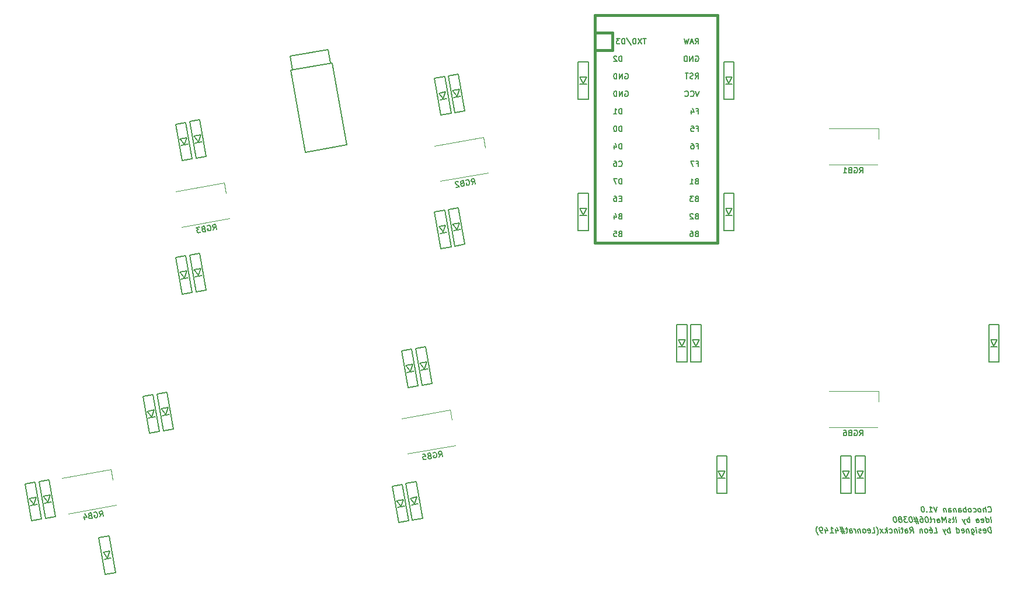
<source format=gbr>
%TF.GenerationSoftware,KiCad,Pcbnew,7.0.6*%
%TF.CreationDate,2024-02-11T12:35:39+01:00*%
%TF.ProjectId,chocobanan_right,63686f63-6f62-4616-9e61-6e5f72696768,rev?*%
%TF.SameCoordinates,Original*%
%TF.FileFunction,Legend,Bot*%
%TF.FilePolarity,Positive*%
%FSLAX46Y46*%
G04 Gerber Fmt 4.6, Leading zero omitted, Abs format (unit mm)*
G04 Created by KiCad (PCBNEW 7.0.6) date 2024-02-11 12:35:39*
%MOMM*%
%LPD*%
G01*
G04 APERTURE LIST*
%ADD10C,0.150000*%
%ADD11C,0.381000*%
%ADD12C,0.120000*%
G04 APERTURE END LIST*
D10*
X20046101Y-65555125D02*
X19946101Y-64755125D01*
X19946101Y-64755125D02*
X19755625Y-64755125D01*
X19755625Y-64755125D02*
X19646101Y-64793220D01*
X19646101Y-64793220D02*
X19579435Y-64869410D01*
X19579435Y-64869410D02*
X19550863Y-64945601D01*
X19550863Y-64945601D02*
X19531816Y-65097982D01*
X19531816Y-65097982D02*
X19546101Y-65212268D01*
X19546101Y-65212268D02*
X19603244Y-65364649D01*
X19603244Y-65364649D02*
X19650863Y-65440839D01*
X19650863Y-65440839D02*
X19736577Y-65517030D01*
X19736577Y-65517030D02*
X19855625Y-65555125D01*
X19855625Y-65555125D02*
X20046101Y-65555125D01*
X18936577Y-65517030D02*
X19017530Y-65555125D01*
X19017530Y-65555125D02*
X19169911Y-65555125D01*
X19169911Y-65555125D02*
X19241339Y-65517030D01*
X19241339Y-65517030D02*
X19269911Y-65440839D01*
X19269911Y-65440839D02*
X19231816Y-65136077D01*
X19231816Y-65136077D02*
X19184196Y-65059887D01*
X19184196Y-65059887D02*
X19103244Y-65021791D01*
X19103244Y-65021791D02*
X18950863Y-65021791D01*
X18950863Y-65021791D02*
X18879435Y-65059887D01*
X18879435Y-65059887D02*
X18850863Y-65136077D01*
X18850863Y-65136077D02*
X18860387Y-65212268D01*
X18860387Y-65212268D02*
X19250863Y-65288458D01*
X18593721Y-65517030D02*
X18522292Y-65555125D01*
X18522292Y-65555125D02*
X18369911Y-65555125D01*
X18369911Y-65555125D02*
X18288959Y-65517030D01*
X18288959Y-65517030D02*
X18241340Y-65440839D01*
X18241340Y-65440839D02*
X18236578Y-65402744D01*
X18236578Y-65402744D02*
X18265149Y-65326553D01*
X18265149Y-65326553D02*
X18336578Y-65288458D01*
X18336578Y-65288458D02*
X18450863Y-65288458D01*
X18450863Y-65288458D02*
X18522292Y-65250363D01*
X18522292Y-65250363D02*
X18550863Y-65174172D01*
X18550863Y-65174172D02*
X18546102Y-65136077D01*
X18546102Y-65136077D02*
X18498482Y-65059887D01*
X18498482Y-65059887D02*
X18417530Y-65021791D01*
X18417530Y-65021791D02*
X18303244Y-65021791D01*
X18303244Y-65021791D02*
X18231816Y-65059887D01*
X17912768Y-65555125D02*
X17846102Y-65021791D01*
X17812768Y-64755125D02*
X17855625Y-64793220D01*
X17855625Y-64793220D02*
X17822292Y-64831315D01*
X17822292Y-64831315D02*
X17779435Y-64793220D01*
X17779435Y-64793220D02*
X17812768Y-64755125D01*
X17812768Y-64755125D02*
X17822292Y-64831315D01*
X17122292Y-65021791D02*
X17203245Y-65669410D01*
X17203245Y-65669410D02*
X17250864Y-65745601D01*
X17250864Y-65745601D02*
X17293721Y-65783696D01*
X17293721Y-65783696D02*
X17374673Y-65821791D01*
X17374673Y-65821791D02*
X17488959Y-65821791D01*
X17488959Y-65821791D02*
X17560388Y-65783696D01*
X17184197Y-65517030D02*
X17265150Y-65555125D01*
X17265150Y-65555125D02*
X17417531Y-65555125D01*
X17417531Y-65555125D02*
X17488959Y-65517030D01*
X17488959Y-65517030D02*
X17522292Y-65478934D01*
X17522292Y-65478934D02*
X17550864Y-65402744D01*
X17550864Y-65402744D02*
X17522292Y-65174172D01*
X17522292Y-65174172D02*
X17474673Y-65097982D01*
X17474673Y-65097982D02*
X17431816Y-65059887D01*
X17431816Y-65059887D02*
X17350864Y-65021791D01*
X17350864Y-65021791D02*
X17198483Y-65021791D01*
X17198483Y-65021791D02*
X17127054Y-65059887D01*
X16741340Y-65021791D02*
X16808006Y-65555125D01*
X16750863Y-65097982D02*
X16708006Y-65059887D01*
X16708006Y-65059887D02*
X16627054Y-65021791D01*
X16627054Y-65021791D02*
X16512768Y-65021791D01*
X16512768Y-65021791D02*
X16441340Y-65059887D01*
X16441340Y-65059887D02*
X16412768Y-65136077D01*
X16412768Y-65136077D02*
X16465149Y-65555125D01*
X15774672Y-65517030D02*
X15855625Y-65555125D01*
X15855625Y-65555125D02*
X16008006Y-65555125D01*
X16008006Y-65555125D02*
X16079434Y-65517030D01*
X16079434Y-65517030D02*
X16108006Y-65440839D01*
X16108006Y-65440839D02*
X16069911Y-65136077D01*
X16069911Y-65136077D02*
X16022291Y-65059887D01*
X16022291Y-65059887D02*
X15941339Y-65021791D01*
X15941339Y-65021791D02*
X15788958Y-65021791D01*
X15788958Y-65021791D02*
X15717530Y-65059887D01*
X15717530Y-65059887D02*
X15688958Y-65136077D01*
X15688958Y-65136077D02*
X15698482Y-65212268D01*
X15698482Y-65212268D02*
X16088958Y-65288458D01*
X15055625Y-65555125D02*
X14955625Y-64755125D01*
X15050863Y-65517030D02*
X15131816Y-65555125D01*
X15131816Y-65555125D02*
X15284197Y-65555125D01*
X15284197Y-65555125D02*
X15355625Y-65517030D01*
X15355625Y-65517030D02*
X15388958Y-65478934D01*
X15388958Y-65478934D02*
X15417530Y-65402744D01*
X15417530Y-65402744D02*
X15388958Y-65174172D01*
X15388958Y-65174172D02*
X15341339Y-65097982D01*
X15341339Y-65097982D02*
X15298482Y-65059887D01*
X15298482Y-65059887D02*
X15217530Y-65021791D01*
X15217530Y-65021791D02*
X15065149Y-65021791D01*
X15065149Y-65021791D02*
X14993720Y-65059887D01*
X14065148Y-65555125D02*
X13965148Y-64755125D01*
X14003243Y-65059887D02*
X13922291Y-65021791D01*
X13922291Y-65021791D02*
X13769910Y-65021791D01*
X13769910Y-65021791D02*
X13698482Y-65059887D01*
X13698482Y-65059887D02*
X13665148Y-65097982D01*
X13665148Y-65097982D02*
X13636577Y-65174172D01*
X13636577Y-65174172D02*
X13665148Y-65402744D01*
X13665148Y-65402744D02*
X13712767Y-65478934D01*
X13712767Y-65478934D02*
X13755624Y-65517030D01*
X13755624Y-65517030D02*
X13836577Y-65555125D01*
X13836577Y-65555125D02*
X13988958Y-65555125D01*
X13988958Y-65555125D02*
X14060386Y-65517030D01*
X13350862Y-65021791D02*
X13227053Y-65555125D01*
X12969910Y-65021791D02*
X13227053Y-65555125D01*
X13227053Y-65555125D02*
X13327053Y-65745601D01*
X13327053Y-65745601D02*
X13369910Y-65783696D01*
X13369910Y-65783696D02*
X13450862Y-65821791D01*
X11741338Y-65555125D02*
X12122290Y-65555125D01*
X12122290Y-65555125D02*
X12022290Y-64755125D01*
X11165147Y-65517030D02*
X11246100Y-65555125D01*
X11246100Y-65555125D02*
X11398481Y-65555125D01*
X11398481Y-65555125D02*
X11469909Y-65517030D01*
X11469909Y-65517030D02*
X11498481Y-65440839D01*
X11498481Y-65440839D02*
X11460386Y-65136077D01*
X11460386Y-65136077D02*
X11412766Y-65059887D01*
X11412766Y-65059887D02*
X11331814Y-65021791D01*
X11331814Y-65021791D02*
X11179433Y-65021791D01*
X11179433Y-65021791D02*
X11108005Y-65059887D01*
X11108005Y-65059887D02*
X11079433Y-65136077D01*
X11079433Y-65136077D02*
X11088957Y-65212268D01*
X11088957Y-65212268D02*
X11479433Y-65288458D01*
X11141338Y-64717030D02*
X11269909Y-64831315D01*
X10674672Y-65555125D02*
X10746100Y-65517030D01*
X10746100Y-65517030D02*
X10779433Y-65478934D01*
X10779433Y-65478934D02*
X10808005Y-65402744D01*
X10808005Y-65402744D02*
X10779433Y-65174172D01*
X10779433Y-65174172D02*
X10731814Y-65097982D01*
X10731814Y-65097982D02*
X10688957Y-65059887D01*
X10688957Y-65059887D02*
X10608005Y-65021791D01*
X10608005Y-65021791D02*
X10493719Y-65021791D01*
X10493719Y-65021791D02*
X10422291Y-65059887D01*
X10422291Y-65059887D02*
X10388957Y-65097982D01*
X10388957Y-65097982D02*
X10360386Y-65174172D01*
X10360386Y-65174172D02*
X10388957Y-65402744D01*
X10388957Y-65402744D02*
X10436576Y-65478934D01*
X10436576Y-65478934D02*
X10479433Y-65517030D01*
X10479433Y-65517030D02*
X10560386Y-65555125D01*
X10560386Y-65555125D02*
X10674672Y-65555125D01*
X9998481Y-65021791D02*
X10065147Y-65555125D01*
X10008004Y-65097982D02*
X9965147Y-65059887D01*
X9965147Y-65059887D02*
X9884195Y-65021791D01*
X9884195Y-65021791D02*
X9769909Y-65021791D01*
X9769909Y-65021791D02*
X9698481Y-65059887D01*
X9698481Y-65059887D02*
X9669909Y-65136077D01*
X9669909Y-65136077D02*
X9722290Y-65555125D01*
X8274670Y-65555125D02*
X8493718Y-65174172D01*
X8731813Y-65555125D02*
X8631813Y-64755125D01*
X8631813Y-64755125D02*
X8327051Y-64755125D01*
X8327051Y-64755125D02*
X8255623Y-64793220D01*
X8255623Y-64793220D02*
X8222289Y-64831315D01*
X8222289Y-64831315D02*
X8193718Y-64907506D01*
X8193718Y-64907506D02*
X8208004Y-65021791D01*
X8208004Y-65021791D02*
X8255623Y-65097982D01*
X8255623Y-65097982D02*
X8298480Y-65136077D01*
X8298480Y-65136077D02*
X8379432Y-65174172D01*
X8379432Y-65174172D02*
X8684194Y-65174172D01*
X7588956Y-65555125D02*
X7536575Y-65136077D01*
X7536575Y-65136077D02*
X7565147Y-65059887D01*
X7565147Y-65059887D02*
X7636575Y-65021791D01*
X7636575Y-65021791D02*
X7788956Y-65021791D01*
X7788956Y-65021791D02*
X7869908Y-65059887D01*
X7584194Y-65517030D02*
X7665147Y-65555125D01*
X7665147Y-65555125D02*
X7855623Y-65555125D01*
X7855623Y-65555125D02*
X7927051Y-65517030D01*
X7927051Y-65517030D02*
X7955623Y-65440839D01*
X7955623Y-65440839D02*
X7946099Y-65364649D01*
X7946099Y-65364649D02*
X7898480Y-65288458D01*
X7898480Y-65288458D02*
X7817528Y-65250363D01*
X7817528Y-65250363D02*
X7627051Y-65250363D01*
X7627051Y-65250363D02*
X7546099Y-65212268D01*
X7255622Y-65021791D02*
X6950860Y-65021791D01*
X7108003Y-64755125D02*
X7193718Y-65440839D01*
X7193718Y-65440839D02*
X7165146Y-65517030D01*
X7165146Y-65517030D02*
X7093718Y-65555125D01*
X7093718Y-65555125D02*
X7017527Y-65555125D01*
X6750860Y-65555125D02*
X6684194Y-65021791D01*
X6650860Y-64755125D02*
X6693717Y-64793220D01*
X6693717Y-64793220D02*
X6660384Y-64831315D01*
X6660384Y-64831315D02*
X6617527Y-64793220D01*
X6617527Y-64793220D02*
X6650860Y-64755125D01*
X6650860Y-64755125D02*
X6660384Y-64831315D01*
X6303242Y-65021791D02*
X6369908Y-65555125D01*
X6312765Y-65097982D02*
X6269908Y-65059887D01*
X6269908Y-65059887D02*
X6188956Y-65021791D01*
X6188956Y-65021791D02*
X6074670Y-65021791D01*
X6074670Y-65021791D02*
X6003242Y-65059887D01*
X6003242Y-65059887D02*
X5974670Y-65136077D01*
X5974670Y-65136077D02*
X6027051Y-65555125D01*
X5298479Y-65517030D02*
X5379432Y-65555125D01*
X5379432Y-65555125D02*
X5531813Y-65555125D01*
X5531813Y-65555125D02*
X5603241Y-65517030D01*
X5603241Y-65517030D02*
X5636574Y-65478934D01*
X5636574Y-65478934D02*
X5665146Y-65402744D01*
X5665146Y-65402744D02*
X5636574Y-65174172D01*
X5636574Y-65174172D02*
X5588955Y-65097982D01*
X5588955Y-65097982D02*
X5546098Y-65059887D01*
X5546098Y-65059887D02*
X5465146Y-65021791D01*
X5465146Y-65021791D02*
X5312765Y-65021791D01*
X5312765Y-65021791D02*
X5241336Y-65059887D01*
X4960384Y-65555125D02*
X4860384Y-64755125D01*
X4846099Y-65250363D02*
X4655622Y-65555125D01*
X4588956Y-65021791D02*
X4931813Y-65326553D01*
X4388956Y-65555125D02*
X3903241Y-65021791D01*
X4322289Y-65021791D02*
X3969908Y-65555125D01*
X3474670Y-65859887D02*
X3508003Y-65821791D01*
X3508003Y-65821791D02*
X3569908Y-65707506D01*
X3569908Y-65707506D02*
X3598480Y-65631315D01*
X3598480Y-65631315D02*
X3622289Y-65517030D01*
X3622289Y-65517030D02*
X3636575Y-65326553D01*
X3636575Y-65326553D02*
X3617527Y-65174172D01*
X3617527Y-65174172D02*
X3555622Y-64983696D01*
X3555622Y-64983696D02*
X3503241Y-64869410D01*
X3503241Y-64869410D02*
X3455622Y-64793220D01*
X3455622Y-64793220D02*
X3365146Y-64678934D01*
X3365146Y-64678934D02*
X3322289Y-64640839D01*
X2750861Y-65555125D02*
X3131813Y-65555125D01*
X3131813Y-65555125D02*
X3031813Y-64755125D01*
X2174670Y-65517030D02*
X2255623Y-65555125D01*
X2255623Y-65555125D02*
X2408004Y-65555125D01*
X2408004Y-65555125D02*
X2479432Y-65517030D01*
X2479432Y-65517030D02*
X2508004Y-65440839D01*
X2508004Y-65440839D02*
X2469909Y-65136077D01*
X2469909Y-65136077D02*
X2422289Y-65059887D01*
X2422289Y-65059887D02*
X2341337Y-65021791D01*
X2341337Y-65021791D02*
X2188956Y-65021791D01*
X2188956Y-65021791D02*
X2117528Y-65059887D01*
X2117528Y-65059887D02*
X2088956Y-65136077D01*
X2088956Y-65136077D02*
X2098480Y-65212268D01*
X2098480Y-65212268D02*
X2488956Y-65288458D01*
X1684195Y-65555125D02*
X1755623Y-65517030D01*
X1755623Y-65517030D02*
X1788956Y-65478934D01*
X1788956Y-65478934D02*
X1817528Y-65402744D01*
X1817528Y-65402744D02*
X1788956Y-65174172D01*
X1788956Y-65174172D02*
X1741337Y-65097982D01*
X1741337Y-65097982D02*
X1698480Y-65059887D01*
X1698480Y-65059887D02*
X1617528Y-65021791D01*
X1617528Y-65021791D02*
X1503242Y-65021791D01*
X1503242Y-65021791D02*
X1431814Y-65059887D01*
X1431814Y-65059887D02*
X1398480Y-65097982D01*
X1398480Y-65097982D02*
X1369909Y-65174172D01*
X1369909Y-65174172D02*
X1398480Y-65402744D01*
X1398480Y-65402744D02*
X1446099Y-65478934D01*
X1446099Y-65478934D02*
X1488956Y-65517030D01*
X1488956Y-65517030D02*
X1569909Y-65555125D01*
X1569909Y-65555125D02*
X1684195Y-65555125D01*
X1008004Y-65021791D02*
X1074670Y-65555125D01*
X1017527Y-65097982D02*
X974670Y-65059887D01*
X974670Y-65059887D02*
X893718Y-65021791D01*
X893718Y-65021791D02*
X779432Y-65021791D01*
X779432Y-65021791D02*
X708004Y-65059887D01*
X708004Y-65059887D02*
X679432Y-65136077D01*
X679432Y-65136077D02*
X731813Y-65555125D01*
X350860Y-65555125D02*
X284194Y-65021791D01*
X303241Y-65174172D02*
X255622Y-65097982D01*
X255622Y-65097982D02*
X212765Y-65059887D01*
X212765Y-65059887D02*
X131813Y-65021791D01*
X131813Y-65021791D02*
X55622Y-65021791D01*
X-487234Y-65555125D02*
X-539615Y-65136077D01*
X-539615Y-65136077D02*
X-511043Y-65059887D01*
X-511043Y-65059887D02*
X-439615Y-65021791D01*
X-439615Y-65021791D02*
X-287234Y-65021791D01*
X-287234Y-65021791D02*
X-206282Y-65059887D01*
X-491996Y-65517030D02*
X-411043Y-65555125D01*
X-411043Y-65555125D02*
X-220567Y-65555125D01*
X-220567Y-65555125D02*
X-149139Y-65517030D01*
X-149139Y-65517030D02*
X-120567Y-65440839D01*
X-120567Y-65440839D02*
X-130091Y-65364649D01*
X-130091Y-65364649D02*
X-177710Y-65288458D01*
X-177710Y-65288458D02*
X-258663Y-65250363D01*
X-258663Y-65250363D02*
X-449139Y-65250363D01*
X-449139Y-65250363D02*
X-530091Y-65212268D01*
X-820568Y-65021791D02*
X-1125330Y-65021791D01*
X-968187Y-64755125D02*
X-882473Y-65440839D01*
X-882473Y-65440839D02*
X-911044Y-65517030D01*
X-911044Y-65517030D02*
X-982473Y-65555125D01*
X-982473Y-65555125D02*
X-1058663Y-65555125D01*
X-1353901Y-65021791D02*
X-1925330Y-65021791D01*
X-1625330Y-64678934D02*
X-1268187Y-65707506D01*
X-1806282Y-65364649D02*
X-1234854Y-65364649D01*
X-1534854Y-65707506D02*
X-1891996Y-64678934D01*
X-2534854Y-65021791D02*
X-2468187Y-65555125D01*
X-2382473Y-64717030D02*
X-2120568Y-65288458D01*
X-2120568Y-65288458D02*
X-2615806Y-65288458D01*
X-3306282Y-65555125D02*
X-2849140Y-65555125D01*
X-3077711Y-65555125D02*
X-3177711Y-64755125D01*
X-3177711Y-64755125D02*
X-3087235Y-64869410D01*
X-3087235Y-64869410D02*
X-3001521Y-64945601D01*
X-3001521Y-64945601D02*
X-2920568Y-64983696D01*
X-4058664Y-65021791D02*
X-3991997Y-65555125D01*
X-3906283Y-64717030D02*
X-3644378Y-65288458D01*
X-3644378Y-65288458D02*
X-4139616Y-65288458D01*
X-4449140Y-65555125D02*
X-4601521Y-65555125D01*
X-4601521Y-65555125D02*
X-4682473Y-65517030D01*
X-4682473Y-65517030D02*
X-4725331Y-65478934D01*
X-4725331Y-65478934D02*
X-4815807Y-65364649D01*
X-4815807Y-65364649D02*
X-4872950Y-65212268D01*
X-4872950Y-65212268D02*
X-4911045Y-64907506D01*
X-4911045Y-64907506D02*
X-4882473Y-64831315D01*
X-4882473Y-64831315D02*
X-4849140Y-64793220D01*
X-4849140Y-64793220D02*
X-4777711Y-64755125D01*
X-4777711Y-64755125D02*
X-4625331Y-64755125D01*
X-4625331Y-64755125D02*
X-4544378Y-64793220D01*
X-4544378Y-64793220D02*
X-4501521Y-64831315D01*
X-4501521Y-64831315D02*
X-4453902Y-64907506D01*
X-4453902Y-64907506D02*
X-4430092Y-65097982D01*
X-4430092Y-65097982D02*
X-4458664Y-65174172D01*
X-4458664Y-65174172D02*
X-4491997Y-65212268D01*
X-4491997Y-65212268D02*
X-4563426Y-65250363D01*
X-4563426Y-65250363D02*
X-4715807Y-65250363D01*
X-4715807Y-65250363D02*
X-4796759Y-65212268D01*
X-4796759Y-65212268D02*
X-4839616Y-65174172D01*
X-4839616Y-65174172D02*
X-4887235Y-65097982D01*
X-5058664Y-65859887D02*
X-5101521Y-65821791D01*
X-5101521Y-65821791D02*
X-5191997Y-65707506D01*
X-5191997Y-65707506D02*
X-5239616Y-65631315D01*
X-5239616Y-65631315D02*
X-5291997Y-65517030D01*
X-5291997Y-65517030D02*
X-5353902Y-65326553D01*
X-5353902Y-65326553D02*
X-5372950Y-65174172D01*
X-5372950Y-65174172D02*
X-5358664Y-64983696D01*
X-5358664Y-64983696D02*
X-5334855Y-64869410D01*
X-5334855Y-64869410D02*
X-5306283Y-64793220D01*
X-5306283Y-64793220D02*
X-5244378Y-64678934D01*
X-5244378Y-64678934D02*
X-5211045Y-64640839D01*
X20046101Y-64055125D02*
X19946101Y-63255125D01*
X19322292Y-64055125D02*
X19222292Y-63255125D01*
X19317530Y-64017030D02*
X19398483Y-64055125D01*
X19398483Y-64055125D02*
X19550864Y-64055125D01*
X19550864Y-64055125D02*
X19622292Y-64017030D01*
X19622292Y-64017030D02*
X19655625Y-63978934D01*
X19655625Y-63978934D02*
X19684197Y-63902744D01*
X19684197Y-63902744D02*
X19655625Y-63674172D01*
X19655625Y-63674172D02*
X19608006Y-63597982D01*
X19608006Y-63597982D02*
X19565149Y-63559887D01*
X19565149Y-63559887D02*
X19484197Y-63521791D01*
X19484197Y-63521791D02*
X19331816Y-63521791D01*
X19331816Y-63521791D02*
X19260387Y-63559887D01*
X18631815Y-64017030D02*
X18712768Y-64055125D01*
X18712768Y-64055125D02*
X18865149Y-64055125D01*
X18865149Y-64055125D02*
X18936577Y-64017030D01*
X18936577Y-64017030D02*
X18965149Y-63940839D01*
X18965149Y-63940839D02*
X18927054Y-63636077D01*
X18927054Y-63636077D02*
X18879434Y-63559887D01*
X18879434Y-63559887D02*
X18798482Y-63521791D01*
X18798482Y-63521791D02*
X18646101Y-63521791D01*
X18646101Y-63521791D02*
X18574673Y-63559887D01*
X18574673Y-63559887D02*
X18546101Y-63636077D01*
X18546101Y-63636077D02*
X18555625Y-63712268D01*
X18555625Y-63712268D02*
X18946101Y-63788458D01*
X17912768Y-64055125D02*
X17860387Y-63636077D01*
X17860387Y-63636077D02*
X17888959Y-63559887D01*
X17888959Y-63559887D02*
X17960387Y-63521791D01*
X17960387Y-63521791D02*
X18112768Y-63521791D01*
X18112768Y-63521791D02*
X18193720Y-63559887D01*
X17908006Y-64017030D02*
X17988959Y-64055125D01*
X17988959Y-64055125D02*
X18179435Y-64055125D01*
X18179435Y-64055125D02*
X18250863Y-64017030D01*
X18250863Y-64017030D02*
X18279435Y-63940839D01*
X18279435Y-63940839D02*
X18269911Y-63864649D01*
X18269911Y-63864649D02*
X18222292Y-63788458D01*
X18222292Y-63788458D02*
X18141340Y-63750363D01*
X18141340Y-63750363D02*
X17950863Y-63750363D01*
X17950863Y-63750363D02*
X17869911Y-63712268D01*
X16922291Y-64055125D02*
X16822291Y-63255125D01*
X16860386Y-63559887D02*
X16779434Y-63521791D01*
X16779434Y-63521791D02*
X16627053Y-63521791D01*
X16627053Y-63521791D02*
X16555625Y-63559887D01*
X16555625Y-63559887D02*
X16522291Y-63597982D01*
X16522291Y-63597982D02*
X16493720Y-63674172D01*
X16493720Y-63674172D02*
X16522291Y-63902744D01*
X16522291Y-63902744D02*
X16569910Y-63978934D01*
X16569910Y-63978934D02*
X16612767Y-64017030D01*
X16612767Y-64017030D02*
X16693720Y-64055125D01*
X16693720Y-64055125D02*
X16846101Y-64055125D01*
X16846101Y-64055125D02*
X16917529Y-64017030D01*
X16208005Y-63521791D02*
X16084196Y-64055125D01*
X15827053Y-63521791D02*
X16084196Y-64055125D01*
X16084196Y-64055125D02*
X16184196Y-64245601D01*
X16184196Y-64245601D02*
X16227053Y-64283696D01*
X16227053Y-64283696D02*
X16308005Y-64321791D01*
X14979433Y-64055125D02*
X14879433Y-63255125D01*
X14646100Y-63521791D02*
X14341338Y-63521791D01*
X14498481Y-63255125D02*
X14584196Y-63940839D01*
X14584196Y-63940839D02*
X14555624Y-64017030D01*
X14555624Y-64017030D02*
X14484196Y-64055125D01*
X14484196Y-64055125D02*
X14408005Y-64055125D01*
X14174672Y-64017030D02*
X14103243Y-64055125D01*
X14103243Y-64055125D02*
X13950862Y-64055125D01*
X13950862Y-64055125D02*
X13869910Y-64017030D01*
X13869910Y-64017030D02*
X13822291Y-63940839D01*
X13822291Y-63940839D02*
X13817529Y-63902744D01*
X13817529Y-63902744D02*
X13846100Y-63826553D01*
X13846100Y-63826553D02*
X13917529Y-63788458D01*
X13917529Y-63788458D02*
X14031814Y-63788458D01*
X14031814Y-63788458D02*
X14103243Y-63750363D01*
X14103243Y-63750363D02*
X14131814Y-63674172D01*
X14131814Y-63674172D02*
X14127053Y-63636077D01*
X14127053Y-63636077D02*
X14079433Y-63559887D01*
X14079433Y-63559887D02*
X13998481Y-63521791D01*
X13998481Y-63521791D02*
X13884195Y-63521791D01*
X13884195Y-63521791D02*
X13812767Y-63559887D01*
X13493719Y-64055125D02*
X13393719Y-63255125D01*
X13393719Y-63255125D02*
X13198481Y-63826553D01*
X13198481Y-63826553D02*
X12860386Y-63255125D01*
X12860386Y-63255125D02*
X12960386Y-64055125D01*
X12236576Y-64055125D02*
X12184195Y-63636077D01*
X12184195Y-63636077D02*
X12212767Y-63559887D01*
X12212767Y-63559887D02*
X12284195Y-63521791D01*
X12284195Y-63521791D02*
X12436576Y-63521791D01*
X12436576Y-63521791D02*
X12517528Y-63559887D01*
X12231814Y-64017030D02*
X12312767Y-64055125D01*
X12312767Y-64055125D02*
X12503243Y-64055125D01*
X12503243Y-64055125D02*
X12574671Y-64017030D01*
X12574671Y-64017030D02*
X12603243Y-63940839D01*
X12603243Y-63940839D02*
X12593719Y-63864649D01*
X12593719Y-63864649D02*
X12546100Y-63788458D01*
X12546100Y-63788458D02*
X12465148Y-63750363D01*
X12465148Y-63750363D02*
X12274671Y-63750363D01*
X12274671Y-63750363D02*
X12193719Y-63712268D01*
X11855623Y-64055125D02*
X11788957Y-63521791D01*
X11808004Y-63674172D02*
X11760385Y-63597982D01*
X11760385Y-63597982D02*
X11717528Y-63559887D01*
X11717528Y-63559887D02*
X11636576Y-63521791D01*
X11636576Y-63521791D02*
X11560385Y-63521791D01*
X11408004Y-63521791D02*
X11103242Y-63521791D01*
X11260385Y-63255125D02*
X11346100Y-63940839D01*
X11346100Y-63940839D02*
X11317528Y-64017030D01*
X11317528Y-64017030D02*
X11246100Y-64055125D01*
X11246100Y-64055125D02*
X11169909Y-64055125D01*
X10650861Y-63255125D02*
X10574671Y-63255125D01*
X10574671Y-63255125D02*
X10503242Y-63293220D01*
X10503242Y-63293220D02*
X10469909Y-63331315D01*
X10469909Y-63331315D02*
X10441337Y-63407506D01*
X10441337Y-63407506D02*
X10422290Y-63559887D01*
X10422290Y-63559887D02*
X10446099Y-63750363D01*
X10446099Y-63750363D02*
X10503242Y-63902744D01*
X10503242Y-63902744D02*
X10550861Y-63978934D01*
X10550861Y-63978934D02*
X10593718Y-64017030D01*
X10593718Y-64017030D02*
X10674671Y-64055125D01*
X10674671Y-64055125D02*
X10750861Y-64055125D01*
X10750861Y-64055125D02*
X10822290Y-64017030D01*
X10822290Y-64017030D02*
X10855623Y-63978934D01*
X10855623Y-63978934D02*
X10884195Y-63902744D01*
X10884195Y-63902744D02*
X10903242Y-63750363D01*
X10903242Y-63750363D02*
X10879433Y-63559887D01*
X10879433Y-63559887D02*
X10822290Y-63407506D01*
X10822290Y-63407506D02*
X10774671Y-63331315D01*
X10774671Y-63331315D02*
X10731814Y-63293220D01*
X10731814Y-63293220D02*
X10650861Y-63255125D01*
X9698480Y-63255125D02*
X9850861Y-63255125D01*
X9850861Y-63255125D02*
X9931813Y-63293220D01*
X9931813Y-63293220D02*
X9974671Y-63331315D01*
X9974671Y-63331315D02*
X10065147Y-63445601D01*
X10065147Y-63445601D02*
X10122290Y-63597982D01*
X10122290Y-63597982D02*
X10160385Y-63902744D01*
X10160385Y-63902744D02*
X10131813Y-63978934D01*
X10131813Y-63978934D02*
X10098480Y-64017030D01*
X10098480Y-64017030D02*
X10027052Y-64055125D01*
X10027052Y-64055125D02*
X9874671Y-64055125D01*
X9874671Y-64055125D02*
X9793718Y-64017030D01*
X9793718Y-64017030D02*
X9750861Y-63978934D01*
X9750861Y-63978934D02*
X9703242Y-63902744D01*
X9703242Y-63902744D02*
X9679432Y-63712268D01*
X9679432Y-63712268D02*
X9708004Y-63636077D01*
X9708004Y-63636077D02*
X9741337Y-63597982D01*
X9741337Y-63597982D02*
X9812766Y-63559887D01*
X9812766Y-63559887D02*
X9965147Y-63559887D01*
X9965147Y-63559887D02*
X10046099Y-63597982D01*
X10046099Y-63597982D02*
X10088956Y-63636077D01*
X10088956Y-63636077D02*
X10136575Y-63712268D01*
X9350861Y-63521791D02*
X8779432Y-63521791D01*
X9079432Y-63178934D02*
X9436575Y-64207506D01*
X8898480Y-63864649D02*
X9469908Y-63864649D01*
X9169908Y-64207506D02*
X8812766Y-63178934D01*
X8327051Y-63255125D02*
X8250861Y-63255125D01*
X8250861Y-63255125D02*
X8179432Y-63293220D01*
X8179432Y-63293220D02*
X8146099Y-63331315D01*
X8146099Y-63331315D02*
X8117527Y-63407506D01*
X8117527Y-63407506D02*
X8098480Y-63559887D01*
X8098480Y-63559887D02*
X8122289Y-63750363D01*
X8122289Y-63750363D02*
X8179432Y-63902744D01*
X8179432Y-63902744D02*
X8227051Y-63978934D01*
X8227051Y-63978934D02*
X8269908Y-64017030D01*
X8269908Y-64017030D02*
X8350861Y-64055125D01*
X8350861Y-64055125D02*
X8427051Y-64055125D01*
X8427051Y-64055125D02*
X8498480Y-64017030D01*
X8498480Y-64017030D02*
X8531813Y-63978934D01*
X8531813Y-63978934D02*
X8560385Y-63902744D01*
X8560385Y-63902744D02*
X8579432Y-63750363D01*
X8579432Y-63750363D02*
X8555623Y-63559887D01*
X8555623Y-63559887D02*
X8498480Y-63407506D01*
X8498480Y-63407506D02*
X8450861Y-63331315D01*
X8450861Y-63331315D02*
X8408004Y-63293220D01*
X8408004Y-63293220D02*
X8327051Y-63255125D01*
X7793718Y-63255125D02*
X7298480Y-63255125D01*
X7298480Y-63255125D02*
X7603242Y-63559887D01*
X7603242Y-63559887D02*
X7488956Y-63559887D01*
X7488956Y-63559887D02*
X7417527Y-63597982D01*
X7417527Y-63597982D02*
X7384194Y-63636077D01*
X7384194Y-63636077D02*
X7355622Y-63712268D01*
X7355622Y-63712268D02*
X7379432Y-63902744D01*
X7379432Y-63902744D02*
X7427051Y-63978934D01*
X7427051Y-63978934D02*
X7469908Y-64017030D01*
X7469908Y-64017030D02*
X7550861Y-64055125D01*
X7550861Y-64055125D02*
X7779432Y-64055125D01*
X7779432Y-64055125D02*
X7850861Y-64017030D01*
X7850861Y-64017030D02*
X7884194Y-63978934D01*
X6884194Y-63597982D02*
X6955622Y-63559887D01*
X6955622Y-63559887D02*
X6988956Y-63521791D01*
X6988956Y-63521791D02*
X7017527Y-63445601D01*
X7017527Y-63445601D02*
X7012765Y-63407506D01*
X7012765Y-63407506D02*
X6965146Y-63331315D01*
X6965146Y-63331315D02*
X6922289Y-63293220D01*
X6922289Y-63293220D02*
X6841337Y-63255125D01*
X6841337Y-63255125D02*
X6688956Y-63255125D01*
X6688956Y-63255125D02*
X6617527Y-63293220D01*
X6617527Y-63293220D02*
X6584194Y-63331315D01*
X6584194Y-63331315D02*
X6555622Y-63407506D01*
X6555622Y-63407506D02*
X6560384Y-63445601D01*
X6560384Y-63445601D02*
X6608003Y-63521791D01*
X6608003Y-63521791D02*
X6650860Y-63559887D01*
X6650860Y-63559887D02*
X6731813Y-63597982D01*
X6731813Y-63597982D02*
X6884194Y-63597982D01*
X6884194Y-63597982D02*
X6965146Y-63636077D01*
X6965146Y-63636077D02*
X7008003Y-63674172D01*
X7008003Y-63674172D02*
X7055622Y-63750363D01*
X7055622Y-63750363D02*
X7074670Y-63902744D01*
X7074670Y-63902744D02*
X7046098Y-63978934D01*
X7046098Y-63978934D02*
X7012765Y-64017030D01*
X7012765Y-64017030D02*
X6941337Y-64055125D01*
X6941337Y-64055125D02*
X6788956Y-64055125D01*
X6788956Y-64055125D02*
X6708003Y-64017030D01*
X6708003Y-64017030D02*
X6665146Y-63978934D01*
X6665146Y-63978934D02*
X6617527Y-63902744D01*
X6617527Y-63902744D02*
X6598479Y-63750363D01*
X6598479Y-63750363D02*
X6627051Y-63674172D01*
X6627051Y-63674172D02*
X6660384Y-63636077D01*
X6660384Y-63636077D02*
X6731813Y-63597982D01*
X6041336Y-63255125D02*
X5965146Y-63255125D01*
X5965146Y-63255125D02*
X5893717Y-63293220D01*
X5893717Y-63293220D02*
X5860384Y-63331315D01*
X5860384Y-63331315D02*
X5831812Y-63407506D01*
X5831812Y-63407506D02*
X5812765Y-63559887D01*
X5812765Y-63559887D02*
X5836574Y-63750363D01*
X5836574Y-63750363D02*
X5893717Y-63902744D01*
X5893717Y-63902744D02*
X5941336Y-63978934D01*
X5941336Y-63978934D02*
X5984193Y-64017030D01*
X5984193Y-64017030D02*
X6065146Y-64055125D01*
X6065146Y-64055125D02*
X6141336Y-64055125D01*
X6141336Y-64055125D02*
X6212765Y-64017030D01*
X6212765Y-64017030D02*
X6246098Y-63978934D01*
X6246098Y-63978934D02*
X6274670Y-63902744D01*
X6274670Y-63902744D02*
X6293717Y-63750363D01*
X6293717Y-63750363D02*
X6269908Y-63559887D01*
X6269908Y-63559887D02*
X6212765Y-63407506D01*
X6212765Y-63407506D02*
X6165146Y-63331315D01*
X6165146Y-63331315D02*
X6122289Y-63293220D01*
X6122289Y-63293220D02*
X6041336Y-63255125D01*
X19579435Y-62478934D02*
X19622292Y-62517030D01*
X19622292Y-62517030D02*
X19741339Y-62555125D01*
X19741339Y-62555125D02*
X19817530Y-62555125D01*
X19817530Y-62555125D02*
X19927054Y-62517030D01*
X19927054Y-62517030D02*
X19993720Y-62440839D01*
X19993720Y-62440839D02*
X20022292Y-62364649D01*
X20022292Y-62364649D02*
X20041339Y-62212268D01*
X20041339Y-62212268D02*
X20027054Y-62097982D01*
X20027054Y-62097982D02*
X19969911Y-61945601D01*
X19969911Y-61945601D02*
X19922292Y-61869410D01*
X19922292Y-61869410D02*
X19836577Y-61793220D01*
X19836577Y-61793220D02*
X19717530Y-61755125D01*
X19717530Y-61755125D02*
X19641339Y-61755125D01*
X19641339Y-61755125D02*
X19531816Y-61793220D01*
X19531816Y-61793220D02*
X19498482Y-61831315D01*
X19246101Y-62555125D02*
X19146101Y-61755125D01*
X18903244Y-62555125D02*
X18850863Y-62136077D01*
X18850863Y-62136077D02*
X18879435Y-62059887D01*
X18879435Y-62059887D02*
X18950863Y-62021791D01*
X18950863Y-62021791D02*
X19065149Y-62021791D01*
X19065149Y-62021791D02*
X19146101Y-62059887D01*
X19146101Y-62059887D02*
X19188958Y-62097982D01*
X18408006Y-62555125D02*
X18479434Y-62517030D01*
X18479434Y-62517030D02*
X18512767Y-62478934D01*
X18512767Y-62478934D02*
X18541339Y-62402744D01*
X18541339Y-62402744D02*
X18512767Y-62174172D01*
X18512767Y-62174172D02*
X18465148Y-62097982D01*
X18465148Y-62097982D02*
X18422291Y-62059887D01*
X18422291Y-62059887D02*
X18341339Y-62021791D01*
X18341339Y-62021791D02*
X18227053Y-62021791D01*
X18227053Y-62021791D02*
X18155625Y-62059887D01*
X18155625Y-62059887D02*
X18122291Y-62097982D01*
X18122291Y-62097982D02*
X18093720Y-62174172D01*
X18093720Y-62174172D02*
X18122291Y-62402744D01*
X18122291Y-62402744D02*
X18169910Y-62478934D01*
X18169910Y-62478934D02*
X18212767Y-62517030D01*
X18212767Y-62517030D02*
X18293720Y-62555125D01*
X18293720Y-62555125D02*
X18408006Y-62555125D01*
X17450862Y-62517030D02*
X17531815Y-62555125D01*
X17531815Y-62555125D02*
X17684196Y-62555125D01*
X17684196Y-62555125D02*
X17755624Y-62517030D01*
X17755624Y-62517030D02*
X17788957Y-62478934D01*
X17788957Y-62478934D02*
X17817529Y-62402744D01*
X17817529Y-62402744D02*
X17788957Y-62174172D01*
X17788957Y-62174172D02*
X17741338Y-62097982D01*
X17741338Y-62097982D02*
X17698481Y-62059887D01*
X17698481Y-62059887D02*
X17617529Y-62021791D01*
X17617529Y-62021791D02*
X17465148Y-62021791D01*
X17465148Y-62021791D02*
X17393719Y-62059887D01*
X16998482Y-62555125D02*
X17069910Y-62517030D01*
X17069910Y-62517030D02*
X17103243Y-62478934D01*
X17103243Y-62478934D02*
X17131815Y-62402744D01*
X17131815Y-62402744D02*
X17103243Y-62174172D01*
X17103243Y-62174172D02*
X17055624Y-62097982D01*
X17055624Y-62097982D02*
X17012767Y-62059887D01*
X17012767Y-62059887D02*
X16931815Y-62021791D01*
X16931815Y-62021791D02*
X16817529Y-62021791D01*
X16817529Y-62021791D02*
X16746101Y-62059887D01*
X16746101Y-62059887D02*
X16712767Y-62097982D01*
X16712767Y-62097982D02*
X16684196Y-62174172D01*
X16684196Y-62174172D02*
X16712767Y-62402744D01*
X16712767Y-62402744D02*
X16760386Y-62478934D01*
X16760386Y-62478934D02*
X16803243Y-62517030D01*
X16803243Y-62517030D02*
X16884196Y-62555125D01*
X16884196Y-62555125D02*
X16998482Y-62555125D01*
X16388957Y-62555125D02*
X16288957Y-61755125D01*
X16327052Y-62059887D02*
X16246100Y-62021791D01*
X16246100Y-62021791D02*
X16093719Y-62021791D01*
X16093719Y-62021791D02*
X16022291Y-62059887D01*
X16022291Y-62059887D02*
X15988957Y-62097982D01*
X15988957Y-62097982D02*
X15960386Y-62174172D01*
X15960386Y-62174172D02*
X15988957Y-62402744D01*
X15988957Y-62402744D02*
X16036576Y-62478934D01*
X16036576Y-62478934D02*
X16079433Y-62517030D01*
X16079433Y-62517030D02*
X16160386Y-62555125D01*
X16160386Y-62555125D02*
X16312767Y-62555125D01*
X16312767Y-62555125D02*
X16384195Y-62517030D01*
X15322290Y-62555125D02*
X15269909Y-62136077D01*
X15269909Y-62136077D02*
X15298481Y-62059887D01*
X15298481Y-62059887D02*
X15369909Y-62021791D01*
X15369909Y-62021791D02*
X15522290Y-62021791D01*
X15522290Y-62021791D02*
X15603242Y-62059887D01*
X15317528Y-62517030D02*
X15398481Y-62555125D01*
X15398481Y-62555125D02*
X15588957Y-62555125D01*
X15588957Y-62555125D02*
X15660385Y-62517030D01*
X15660385Y-62517030D02*
X15688957Y-62440839D01*
X15688957Y-62440839D02*
X15679433Y-62364649D01*
X15679433Y-62364649D02*
X15631814Y-62288458D01*
X15631814Y-62288458D02*
X15550862Y-62250363D01*
X15550862Y-62250363D02*
X15360385Y-62250363D01*
X15360385Y-62250363D02*
X15279433Y-62212268D01*
X14874671Y-62021791D02*
X14941337Y-62555125D01*
X14884194Y-62097982D02*
X14841337Y-62059887D01*
X14841337Y-62059887D02*
X14760385Y-62021791D01*
X14760385Y-62021791D02*
X14646099Y-62021791D01*
X14646099Y-62021791D02*
X14574671Y-62059887D01*
X14574671Y-62059887D02*
X14546099Y-62136077D01*
X14546099Y-62136077D02*
X14598480Y-62555125D01*
X13874670Y-62555125D02*
X13822289Y-62136077D01*
X13822289Y-62136077D02*
X13850861Y-62059887D01*
X13850861Y-62059887D02*
X13922289Y-62021791D01*
X13922289Y-62021791D02*
X14074670Y-62021791D01*
X14074670Y-62021791D02*
X14155622Y-62059887D01*
X13869908Y-62517030D02*
X13950861Y-62555125D01*
X13950861Y-62555125D02*
X14141337Y-62555125D01*
X14141337Y-62555125D02*
X14212765Y-62517030D01*
X14212765Y-62517030D02*
X14241337Y-62440839D01*
X14241337Y-62440839D02*
X14231813Y-62364649D01*
X14231813Y-62364649D02*
X14184194Y-62288458D01*
X14184194Y-62288458D02*
X14103242Y-62250363D01*
X14103242Y-62250363D02*
X13912765Y-62250363D01*
X13912765Y-62250363D02*
X13831813Y-62212268D01*
X13427051Y-62021791D02*
X13493717Y-62555125D01*
X13436574Y-62097982D02*
X13393717Y-62059887D01*
X13393717Y-62059887D02*
X13312765Y-62021791D01*
X13312765Y-62021791D02*
X13198479Y-62021791D01*
X13198479Y-62021791D02*
X13127051Y-62059887D01*
X13127051Y-62059887D02*
X13098479Y-62136077D01*
X13098479Y-62136077D02*
X13150860Y-62555125D01*
X12174669Y-61755125D02*
X12008002Y-62555125D01*
X12008002Y-62555125D02*
X11641336Y-61755125D01*
X11055622Y-62555125D02*
X11512764Y-62555125D01*
X11284193Y-62555125D02*
X11184193Y-61755125D01*
X11184193Y-61755125D02*
X11274669Y-61869410D01*
X11274669Y-61869410D02*
X11360384Y-61945601D01*
X11360384Y-61945601D02*
X11441336Y-61983696D01*
X10703240Y-62478934D02*
X10669907Y-62517030D01*
X10669907Y-62517030D02*
X10712764Y-62555125D01*
X10712764Y-62555125D02*
X10746098Y-62517030D01*
X10746098Y-62517030D02*
X10703240Y-62478934D01*
X10703240Y-62478934D02*
X10712764Y-62555125D01*
X10079431Y-61755125D02*
X10003241Y-61755125D01*
X10003241Y-61755125D02*
X9931812Y-61793220D01*
X9931812Y-61793220D02*
X9898479Y-61831315D01*
X9898479Y-61831315D02*
X9869907Y-61907506D01*
X9869907Y-61907506D02*
X9850860Y-62059887D01*
X9850860Y-62059887D02*
X9874669Y-62250363D01*
X9874669Y-62250363D02*
X9931812Y-62402744D01*
X9931812Y-62402744D02*
X9979431Y-62478934D01*
X9979431Y-62478934D02*
X10022288Y-62517030D01*
X10022288Y-62517030D02*
X10103241Y-62555125D01*
X10103241Y-62555125D02*
X10179431Y-62555125D01*
X10179431Y-62555125D02*
X10250860Y-62517030D01*
X10250860Y-62517030D02*
X10284193Y-62478934D01*
X10284193Y-62478934D02*
X10312765Y-62402744D01*
X10312765Y-62402744D02*
X10331812Y-62250363D01*
X10331812Y-62250363D02*
X10308003Y-62059887D01*
X10308003Y-62059887D02*
X10250860Y-61907506D01*
X10250860Y-61907506D02*
X10203241Y-61831315D01*
X10203241Y-61831315D02*
X10160384Y-61793220D01*
X10160384Y-61793220D02*
X10079431Y-61755125D01*
X-22712126Y-14548247D02*
X-22826412Y-14586342D01*
X-22826412Y-14586342D02*
X-22864507Y-14624438D01*
X-22864507Y-14624438D02*
X-22902603Y-14700628D01*
X-22902603Y-14700628D02*
X-22902603Y-14814914D01*
X-22902603Y-14814914D02*
X-22864507Y-14891104D01*
X-22864507Y-14891104D02*
X-22826412Y-14929200D01*
X-22826412Y-14929200D02*
X-22750222Y-14967295D01*
X-22750222Y-14967295D02*
X-22445460Y-14967295D01*
X-22445460Y-14967295D02*
X-22445460Y-14167295D01*
X-22445460Y-14167295D02*
X-22712126Y-14167295D01*
X-22712126Y-14167295D02*
X-22788317Y-14205390D01*
X-22788317Y-14205390D02*
X-22826412Y-14243485D01*
X-22826412Y-14243485D02*
X-22864507Y-14319676D01*
X-22864507Y-14319676D02*
X-22864507Y-14395866D01*
X-22864507Y-14395866D02*
X-22826412Y-14472057D01*
X-22826412Y-14472057D02*
X-22788317Y-14510152D01*
X-22788317Y-14510152D02*
X-22712126Y-14548247D01*
X-22712126Y-14548247D02*
X-22445460Y-14548247D01*
X-23664507Y-14967295D02*
X-23207364Y-14967295D01*
X-23435936Y-14967295D02*
X-23435936Y-14167295D01*
X-23435936Y-14167295D02*
X-23359745Y-14281580D01*
X-23359745Y-14281580D02*
X-23283555Y-14357771D01*
X-23283555Y-14357771D02*
X-23207364Y-14395866D01*
X-33980730Y-12351104D02*
X-33942634Y-12389200D01*
X-33942634Y-12389200D02*
X-33828349Y-12427295D01*
X-33828349Y-12427295D02*
X-33752158Y-12427295D01*
X-33752158Y-12427295D02*
X-33637872Y-12389200D01*
X-33637872Y-12389200D02*
X-33561682Y-12313009D01*
X-33561682Y-12313009D02*
X-33523587Y-12236819D01*
X-33523587Y-12236819D02*
X-33485491Y-12084438D01*
X-33485491Y-12084438D02*
X-33485491Y-11970152D01*
X-33485491Y-11970152D02*
X-33523587Y-11817771D01*
X-33523587Y-11817771D02*
X-33561682Y-11741580D01*
X-33561682Y-11741580D02*
X-33637872Y-11665390D01*
X-33637872Y-11665390D02*
X-33752158Y-11627295D01*
X-33752158Y-11627295D02*
X-33828349Y-11627295D01*
X-33828349Y-11627295D02*
X-33942634Y-11665390D01*
X-33942634Y-11665390D02*
X-33980730Y-11703485D01*
X-34666444Y-11627295D02*
X-34514063Y-11627295D01*
X-34514063Y-11627295D02*
X-34437872Y-11665390D01*
X-34437872Y-11665390D02*
X-34399777Y-11703485D01*
X-34399777Y-11703485D02*
X-34323587Y-11817771D01*
X-34323587Y-11817771D02*
X-34285491Y-11970152D01*
X-34285491Y-11970152D02*
X-34285491Y-12274914D01*
X-34285491Y-12274914D02*
X-34323587Y-12351104D01*
X-34323587Y-12351104D02*
X-34361682Y-12389200D01*
X-34361682Y-12389200D02*
X-34437872Y-12427295D01*
X-34437872Y-12427295D02*
X-34590253Y-12427295D01*
X-34590253Y-12427295D02*
X-34666444Y-12389200D01*
X-34666444Y-12389200D02*
X-34704539Y-12351104D01*
X-34704539Y-12351104D02*
X-34742634Y-12274914D01*
X-34742634Y-12274914D02*
X-34742634Y-12084438D01*
X-34742634Y-12084438D02*
X-34704539Y-12008247D01*
X-34704539Y-12008247D02*
X-34666444Y-11970152D01*
X-34666444Y-11970152D02*
X-34590253Y-11932057D01*
X-34590253Y-11932057D02*
X-34437872Y-11932057D01*
X-34437872Y-11932057D02*
X-34361682Y-11970152D01*
X-34361682Y-11970152D02*
X-34323587Y-12008247D01*
X-34323587Y-12008247D02*
X-34285491Y-12084438D01*
X-22712126Y-4388247D02*
X-22445460Y-4388247D01*
X-22445460Y-4807295D02*
X-22445460Y-4007295D01*
X-22445460Y-4007295D02*
X-22826412Y-4007295D01*
X-23474031Y-4273961D02*
X-23474031Y-4807295D01*
X-23283555Y-3969200D02*
X-23093078Y-4540628D01*
X-23093078Y-4540628D02*
X-23588317Y-4540628D01*
X-22712126Y-12008247D02*
X-22445460Y-12008247D01*
X-22445460Y-12427295D02*
X-22445460Y-11627295D01*
X-22445460Y-11627295D02*
X-22826412Y-11627295D01*
X-23054983Y-11627295D02*
X-23588317Y-11627295D01*
X-23588317Y-11627295D02*
X-23245459Y-12427295D01*
X-22331174Y-1467295D02*
X-22597841Y-2267295D01*
X-22597841Y-2267295D02*
X-22864507Y-1467295D01*
X-23588317Y-2191104D02*
X-23550221Y-2229200D01*
X-23550221Y-2229200D02*
X-23435936Y-2267295D01*
X-23435936Y-2267295D02*
X-23359745Y-2267295D01*
X-23359745Y-2267295D02*
X-23245459Y-2229200D01*
X-23245459Y-2229200D02*
X-23169269Y-2153009D01*
X-23169269Y-2153009D02*
X-23131174Y-2076819D01*
X-23131174Y-2076819D02*
X-23093078Y-1924438D01*
X-23093078Y-1924438D02*
X-23093078Y-1810152D01*
X-23093078Y-1810152D02*
X-23131174Y-1657771D01*
X-23131174Y-1657771D02*
X-23169269Y-1581580D01*
X-23169269Y-1581580D02*
X-23245459Y-1505390D01*
X-23245459Y-1505390D02*
X-23359745Y-1467295D01*
X-23359745Y-1467295D02*
X-23435936Y-1467295D01*
X-23435936Y-1467295D02*
X-23550221Y-1505390D01*
X-23550221Y-1505390D02*
X-23588317Y-1543485D01*
X-24388317Y-2191104D02*
X-24350221Y-2229200D01*
X-24350221Y-2229200D02*
X-24235936Y-2267295D01*
X-24235936Y-2267295D02*
X-24159745Y-2267295D01*
X-24159745Y-2267295D02*
X-24045459Y-2229200D01*
X-24045459Y-2229200D02*
X-23969269Y-2153009D01*
X-23969269Y-2153009D02*
X-23931174Y-2076819D01*
X-23931174Y-2076819D02*
X-23893078Y-1924438D01*
X-23893078Y-1924438D02*
X-23893078Y-1810152D01*
X-23893078Y-1810152D02*
X-23931174Y-1657771D01*
X-23931174Y-1657771D02*
X-23969269Y-1581580D01*
X-23969269Y-1581580D02*
X-24045459Y-1505390D01*
X-24045459Y-1505390D02*
X-24159745Y-1467295D01*
X-24159745Y-1467295D02*
X-24235936Y-1467295D01*
X-24235936Y-1467295D02*
X-24350221Y-1505390D01*
X-24350221Y-1505390D02*
X-24388317Y-1543485D01*
X-22712126Y-22168247D02*
X-22826412Y-22206342D01*
X-22826412Y-22206342D02*
X-22864507Y-22244438D01*
X-22864507Y-22244438D02*
X-22902603Y-22320628D01*
X-22902603Y-22320628D02*
X-22902603Y-22434914D01*
X-22902603Y-22434914D02*
X-22864507Y-22511104D01*
X-22864507Y-22511104D02*
X-22826412Y-22549200D01*
X-22826412Y-22549200D02*
X-22750222Y-22587295D01*
X-22750222Y-22587295D02*
X-22445460Y-22587295D01*
X-22445460Y-22587295D02*
X-22445460Y-21787295D01*
X-22445460Y-21787295D02*
X-22712126Y-21787295D01*
X-22712126Y-21787295D02*
X-22788317Y-21825390D01*
X-22788317Y-21825390D02*
X-22826412Y-21863485D01*
X-22826412Y-21863485D02*
X-22864507Y-21939676D01*
X-22864507Y-21939676D02*
X-22864507Y-22015866D01*
X-22864507Y-22015866D02*
X-22826412Y-22092057D01*
X-22826412Y-22092057D02*
X-22788317Y-22130152D01*
X-22788317Y-22130152D02*
X-22712126Y-22168247D01*
X-22712126Y-22168247D02*
X-22445460Y-22168247D01*
X-23588317Y-21787295D02*
X-23435936Y-21787295D01*
X-23435936Y-21787295D02*
X-23359745Y-21825390D01*
X-23359745Y-21825390D02*
X-23321650Y-21863485D01*
X-23321650Y-21863485D02*
X-23245460Y-21977771D01*
X-23245460Y-21977771D02*
X-23207364Y-22130152D01*
X-23207364Y-22130152D02*
X-23207364Y-22434914D01*
X-23207364Y-22434914D02*
X-23245460Y-22511104D01*
X-23245460Y-22511104D02*
X-23283555Y-22549200D01*
X-23283555Y-22549200D02*
X-23359745Y-22587295D01*
X-23359745Y-22587295D02*
X-23512126Y-22587295D01*
X-23512126Y-22587295D02*
X-23588317Y-22549200D01*
X-23588317Y-22549200D02*
X-23626412Y-22511104D01*
X-23626412Y-22511104D02*
X-23664507Y-22434914D01*
X-23664507Y-22434914D02*
X-23664507Y-22244438D01*
X-23664507Y-22244438D02*
X-23626412Y-22168247D01*
X-23626412Y-22168247D02*
X-23588317Y-22130152D01*
X-23588317Y-22130152D02*
X-23512126Y-22092057D01*
X-23512126Y-22092057D02*
X-23359745Y-22092057D01*
X-23359745Y-22092057D02*
X-23283555Y-22130152D01*
X-23283555Y-22130152D02*
X-23245460Y-22168247D01*
X-23245460Y-22168247D02*
X-23207364Y-22244438D01*
X-33066444Y1034609D02*
X-32990254Y1072704D01*
X-32990254Y1072704D02*
X-32875968Y1072704D01*
X-32875968Y1072704D02*
X-32761682Y1034609D01*
X-32761682Y1034609D02*
X-32685492Y958419D01*
X-32685492Y958419D02*
X-32647397Y882228D01*
X-32647397Y882228D02*
X-32609301Y729847D01*
X-32609301Y729847D02*
X-32609301Y615561D01*
X-32609301Y615561D02*
X-32647397Y463180D01*
X-32647397Y463180D02*
X-32685492Y386990D01*
X-32685492Y386990D02*
X-32761682Y310800D01*
X-32761682Y310800D02*
X-32875968Y272704D01*
X-32875968Y272704D02*
X-32952159Y272704D01*
X-32952159Y272704D02*
X-33066444Y310800D01*
X-33066444Y310800D02*
X-33104540Y348895D01*
X-33104540Y348895D02*
X-33104540Y615561D01*
X-33104540Y615561D02*
X-32952159Y615561D01*
X-33447397Y272704D02*
X-33447397Y1072704D01*
X-33447397Y1072704D02*
X-33904540Y272704D01*
X-33904540Y272704D02*
X-33904540Y1072704D01*
X-34285492Y272704D02*
X-34285492Y1072704D01*
X-34285492Y1072704D02*
X-34475968Y1072704D01*
X-34475968Y1072704D02*
X-34590254Y1034609D01*
X-34590254Y1034609D02*
X-34666444Y958419D01*
X-34666444Y958419D02*
X-34704539Y882228D01*
X-34704539Y882228D02*
X-34742635Y729847D01*
X-34742635Y729847D02*
X-34742635Y615561D01*
X-34742635Y615561D02*
X-34704539Y463180D01*
X-34704539Y463180D02*
X-34666444Y386990D01*
X-34666444Y386990D02*
X-34590254Y310800D01*
X-34590254Y310800D02*
X-34475968Y272704D01*
X-34475968Y272704D02*
X-34285492Y272704D01*
X-33066444Y-1505390D02*
X-32990254Y-1467295D01*
X-32990254Y-1467295D02*
X-32875968Y-1467295D01*
X-32875968Y-1467295D02*
X-32761682Y-1505390D01*
X-32761682Y-1505390D02*
X-32685492Y-1581580D01*
X-32685492Y-1581580D02*
X-32647397Y-1657771D01*
X-32647397Y-1657771D02*
X-32609301Y-1810152D01*
X-32609301Y-1810152D02*
X-32609301Y-1924438D01*
X-32609301Y-1924438D02*
X-32647397Y-2076819D01*
X-32647397Y-2076819D02*
X-32685492Y-2153009D01*
X-32685492Y-2153009D02*
X-32761682Y-2229200D01*
X-32761682Y-2229200D02*
X-32875968Y-2267295D01*
X-32875968Y-2267295D02*
X-32952159Y-2267295D01*
X-32952159Y-2267295D02*
X-33066444Y-2229200D01*
X-33066444Y-2229200D02*
X-33104540Y-2191104D01*
X-33104540Y-2191104D02*
X-33104540Y-1924438D01*
X-33104540Y-1924438D02*
X-32952159Y-1924438D01*
X-33447397Y-2267295D02*
X-33447397Y-1467295D01*
X-33447397Y-1467295D02*
X-33904540Y-2267295D01*
X-33904540Y-2267295D02*
X-33904540Y-1467295D01*
X-34285492Y-2267295D02*
X-34285492Y-1467295D01*
X-34285492Y-1467295D02*
X-34475968Y-1467295D01*
X-34475968Y-1467295D02*
X-34590254Y-1505390D01*
X-34590254Y-1505390D02*
X-34666444Y-1581580D01*
X-34666444Y-1581580D02*
X-34704539Y-1657771D01*
X-34704539Y-1657771D02*
X-34742635Y-1810152D01*
X-34742635Y-1810152D02*
X-34742635Y-1924438D01*
X-34742635Y-1924438D02*
X-34704539Y-2076819D01*
X-34704539Y-2076819D02*
X-34666444Y-2153009D01*
X-34666444Y-2153009D02*
X-34590254Y-2229200D01*
X-34590254Y-2229200D02*
X-34475968Y-2267295D01*
X-34475968Y-2267295D02*
X-34285492Y-2267295D01*
X-33790253Y-22168247D02*
X-33904539Y-22206342D01*
X-33904539Y-22206342D02*
X-33942634Y-22244438D01*
X-33942634Y-22244438D02*
X-33980730Y-22320628D01*
X-33980730Y-22320628D02*
X-33980730Y-22434914D01*
X-33980730Y-22434914D02*
X-33942634Y-22511104D01*
X-33942634Y-22511104D02*
X-33904539Y-22549200D01*
X-33904539Y-22549200D02*
X-33828349Y-22587295D01*
X-33828349Y-22587295D02*
X-33523587Y-22587295D01*
X-33523587Y-22587295D02*
X-33523587Y-21787295D01*
X-33523587Y-21787295D02*
X-33790253Y-21787295D01*
X-33790253Y-21787295D02*
X-33866444Y-21825390D01*
X-33866444Y-21825390D02*
X-33904539Y-21863485D01*
X-33904539Y-21863485D02*
X-33942634Y-21939676D01*
X-33942634Y-21939676D02*
X-33942634Y-22015866D01*
X-33942634Y-22015866D02*
X-33904539Y-22092057D01*
X-33904539Y-22092057D02*
X-33866444Y-22130152D01*
X-33866444Y-22130152D02*
X-33790253Y-22168247D01*
X-33790253Y-22168247D02*
X-33523587Y-22168247D01*
X-34704539Y-21787295D02*
X-34323587Y-21787295D01*
X-34323587Y-21787295D02*
X-34285491Y-22168247D01*
X-34285491Y-22168247D02*
X-34323587Y-22130152D01*
X-34323587Y-22130152D02*
X-34399777Y-22092057D01*
X-34399777Y-22092057D02*
X-34590253Y-22092057D01*
X-34590253Y-22092057D02*
X-34666444Y-22130152D01*
X-34666444Y-22130152D02*
X-34704539Y-22168247D01*
X-34704539Y-22168247D02*
X-34742634Y-22244438D01*
X-34742634Y-22244438D02*
X-34742634Y-22434914D01*
X-34742634Y-22434914D02*
X-34704539Y-22511104D01*
X-34704539Y-22511104D02*
X-34666444Y-22549200D01*
X-34666444Y-22549200D02*
X-34590253Y-22587295D01*
X-34590253Y-22587295D02*
X-34399777Y-22587295D01*
X-34399777Y-22587295D02*
X-34323587Y-22549200D01*
X-34323587Y-22549200D02*
X-34285491Y-22511104D01*
X-22712126Y-6928247D02*
X-22445460Y-6928247D01*
X-22445460Y-7347295D02*
X-22445460Y-6547295D01*
X-22445460Y-6547295D02*
X-22826412Y-6547295D01*
X-23512126Y-6547295D02*
X-23131174Y-6547295D01*
X-23131174Y-6547295D02*
X-23093078Y-6928247D01*
X-23093078Y-6928247D02*
X-23131174Y-6890152D01*
X-23131174Y-6890152D02*
X-23207364Y-6852057D01*
X-23207364Y-6852057D02*
X-23397840Y-6852057D01*
X-23397840Y-6852057D02*
X-23474031Y-6890152D01*
X-23474031Y-6890152D02*
X-23512126Y-6928247D01*
X-23512126Y-6928247D02*
X-23550221Y-7004438D01*
X-23550221Y-7004438D02*
X-23550221Y-7194914D01*
X-23550221Y-7194914D02*
X-23512126Y-7271104D01*
X-23512126Y-7271104D02*
X-23474031Y-7309200D01*
X-23474031Y-7309200D02*
X-23397840Y-7347295D01*
X-23397840Y-7347295D02*
X-23207364Y-7347295D01*
X-23207364Y-7347295D02*
X-23131174Y-7309200D01*
X-23131174Y-7309200D02*
X-23093078Y-7271104D01*
X-33523587Y-7347295D02*
X-33523587Y-6547295D01*
X-33523587Y-6547295D02*
X-33714063Y-6547295D01*
X-33714063Y-6547295D02*
X-33828349Y-6585390D01*
X-33828349Y-6585390D02*
X-33904539Y-6661580D01*
X-33904539Y-6661580D02*
X-33942634Y-6737771D01*
X-33942634Y-6737771D02*
X-33980730Y-6890152D01*
X-33980730Y-6890152D02*
X-33980730Y-7004438D01*
X-33980730Y-7004438D02*
X-33942634Y-7156819D01*
X-33942634Y-7156819D02*
X-33904539Y-7233009D01*
X-33904539Y-7233009D02*
X-33828349Y-7309200D01*
X-33828349Y-7309200D02*
X-33714063Y-7347295D01*
X-33714063Y-7347295D02*
X-33523587Y-7347295D01*
X-34475968Y-6547295D02*
X-34552158Y-6547295D01*
X-34552158Y-6547295D02*
X-34628349Y-6585390D01*
X-34628349Y-6585390D02*
X-34666444Y-6623485D01*
X-34666444Y-6623485D02*
X-34704539Y-6699676D01*
X-34704539Y-6699676D02*
X-34742634Y-6852057D01*
X-34742634Y-6852057D02*
X-34742634Y-7042533D01*
X-34742634Y-7042533D02*
X-34704539Y-7194914D01*
X-34704539Y-7194914D02*
X-34666444Y-7271104D01*
X-34666444Y-7271104D02*
X-34628349Y-7309200D01*
X-34628349Y-7309200D02*
X-34552158Y-7347295D01*
X-34552158Y-7347295D02*
X-34475968Y-7347295D01*
X-34475968Y-7347295D02*
X-34399777Y-7309200D01*
X-34399777Y-7309200D02*
X-34361682Y-7271104D01*
X-34361682Y-7271104D02*
X-34323587Y-7194914D01*
X-34323587Y-7194914D02*
X-34285491Y-7042533D01*
X-34285491Y-7042533D02*
X-34285491Y-6852057D01*
X-34285491Y-6852057D02*
X-34323587Y-6699676D01*
X-34323587Y-6699676D02*
X-34361682Y-6623485D01*
X-34361682Y-6623485D02*
X-34399777Y-6585390D01*
X-34399777Y-6585390D02*
X-34475968Y-6547295D01*
X-33599777Y-17088247D02*
X-33866443Y-17088247D01*
X-33980729Y-17507295D02*
X-33599777Y-17507295D01*
X-33599777Y-17507295D02*
X-33599777Y-16707295D01*
X-33599777Y-16707295D02*
X-33980729Y-16707295D01*
X-34666444Y-16707295D02*
X-34514063Y-16707295D01*
X-34514063Y-16707295D02*
X-34437872Y-16745390D01*
X-34437872Y-16745390D02*
X-34399777Y-16783485D01*
X-34399777Y-16783485D02*
X-34323587Y-16897771D01*
X-34323587Y-16897771D02*
X-34285491Y-17050152D01*
X-34285491Y-17050152D02*
X-34285491Y-17354914D01*
X-34285491Y-17354914D02*
X-34323587Y-17431104D01*
X-34323587Y-17431104D02*
X-34361682Y-17469200D01*
X-34361682Y-17469200D02*
X-34437872Y-17507295D01*
X-34437872Y-17507295D02*
X-34590253Y-17507295D01*
X-34590253Y-17507295D02*
X-34666444Y-17469200D01*
X-34666444Y-17469200D02*
X-34704539Y-17431104D01*
X-34704539Y-17431104D02*
X-34742634Y-17354914D01*
X-34742634Y-17354914D02*
X-34742634Y-17164438D01*
X-34742634Y-17164438D02*
X-34704539Y-17088247D01*
X-34704539Y-17088247D02*
X-34666444Y-17050152D01*
X-34666444Y-17050152D02*
X-34590253Y-17012057D01*
X-34590253Y-17012057D02*
X-34437872Y-17012057D01*
X-34437872Y-17012057D02*
X-34361682Y-17050152D01*
X-34361682Y-17050152D02*
X-34323587Y-17088247D01*
X-34323587Y-17088247D02*
X-34285491Y-17164438D01*
X-33523587Y-14967295D02*
X-33523587Y-14167295D01*
X-33523587Y-14167295D02*
X-33714063Y-14167295D01*
X-33714063Y-14167295D02*
X-33828349Y-14205390D01*
X-33828349Y-14205390D02*
X-33904539Y-14281580D01*
X-33904539Y-14281580D02*
X-33942634Y-14357771D01*
X-33942634Y-14357771D02*
X-33980730Y-14510152D01*
X-33980730Y-14510152D02*
X-33980730Y-14624438D01*
X-33980730Y-14624438D02*
X-33942634Y-14776819D01*
X-33942634Y-14776819D02*
X-33904539Y-14853009D01*
X-33904539Y-14853009D02*
X-33828349Y-14929200D01*
X-33828349Y-14929200D02*
X-33714063Y-14967295D01*
X-33714063Y-14967295D02*
X-33523587Y-14967295D01*
X-34247396Y-14167295D02*
X-34780730Y-14167295D01*
X-34780730Y-14167295D02*
X-34437872Y-14967295D01*
X-22712126Y-9468247D02*
X-22445460Y-9468247D01*
X-22445460Y-9887295D02*
X-22445460Y-9087295D01*
X-22445460Y-9087295D02*
X-22826412Y-9087295D01*
X-23474031Y-9087295D02*
X-23321650Y-9087295D01*
X-23321650Y-9087295D02*
X-23245459Y-9125390D01*
X-23245459Y-9125390D02*
X-23207364Y-9163485D01*
X-23207364Y-9163485D02*
X-23131174Y-9277771D01*
X-23131174Y-9277771D02*
X-23093078Y-9430152D01*
X-23093078Y-9430152D02*
X-23093078Y-9734914D01*
X-23093078Y-9734914D02*
X-23131174Y-9811104D01*
X-23131174Y-9811104D02*
X-23169269Y-9849200D01*
X-23169269Y-9849200D02*
X-23245459Y-9887295D01*
X-23245459Y-9887295D02*
X-23397840Y-9887295D01*
X-23397840Y-9887295D02*
X-23474031Y-9849200D01*
X-23474031Y-9849200D02*
X-23512126Y-9811104D01*
X-23512126Y-9811104D02*
X-23550221Y-9734914D01*
X-23550221Y-9734914D02*
X-23550221Y-9544438D01*
X-23550221Y-9544438D02*
X-23512126Y-9468247D01*
X-23512126Y-9468247D02*
X-23474031Y-9430152D01*
X-23474031Y-9430152D02*
X-23397840Y-9392057D01*
X-23397840Y-9392057D02*
X-23245459Y-9392057D01*
X-23245459Y-9392057D02*
X-23169269Y-9430152D01*
X-23169269Y-9430152D02*
X-23131174Y-9468247D01*
X-23131174Y-9468247D02*
X-23093078Y-9544438D01*
X-22712126Y-19628247D02*
X-22826412Y-19666342D01*
X-22826412Y-19666342D02*
X-22864507Y-19704438D01*
X-22864507Y-19704438D02*
X-22902603Y-19780628D01*
X-22902603Y-19780628D02*
X-22902603Y-19894914D01*
X-22902603Y-19894914D02*
X-22864507Y-19971104D01*
X-22864507Y-19971104D02*
X-22826412Y-20009200D01*
X-22826412Y-20009200D02*
X-22750222Y-20047295D01*
X-22750222Y-20047295D02*
X-22445460Y-20047295D01*
X-22445460Y-20047295D02*
X-22445460Y-19247295D01*
X-22445460Y-19247295D02*
X-22712126Y-19247295D01*
X-22712126Y-19247295D02*
X-22788317Y-19285390D01*
X-22788317Y-19285390D02*
X-22826412Y-19323485D01*
X-22826412Y-19323485D02*
X-22864507Y-19399676D01*
X-22864507Y-19399676D02*
X-22864507Y-19475866D01*
X-22864507Y-19475866D02*
X-22826412Y-19552057D01*
X-22826412Y-19552057D02*
X-22788317Y-19590152D01*
X-22788317Y-19590152D02*
X-22712126Y-19628247D01*
X-22712126Y-19628247D02*
X-22445460Y-19628247D01*
X-23207364Y-19323485D02*
X-23245460Y-19285390D01*
X-23245460Y-19285390D02*
X-23321650Y-19247295D01*
X-23321650Y-19247295D02*
X-23512126Y-19247295D01*
X-23512126Y-19247295D02*
X-23588317Y-19285390D01*
X-23588317Y-19285390D02*
X-23626412Y-19323485D01*
X-23626412Y-19323485D02*
X-23664507Y-19399676D01*
X-23664507Y-19399676D02*
X-23664507Y-19475866D01*
X-23664507Y-19475866D02*
X-23626412Y-19590152D01*
X-23626412Y-19590152D02*
X-23169269Y-20047295D01*
X-23169269Y-20047295D02*
X-23664507Y-20047295D01*
X-33790253Y-19628247D02*
X-33904539Y-19666342D01*
X-33904539Y-19666342D02*
X-33942634Y-19704438D01*
X-33942634Y-19704438D02*
X-33980730Y-19780628D01*
X-33980730Y-19780628D02*
X-33980730Y-19894914D01*
X-33980730Y-19894914D02*
X-33942634Y-19971104D01*
X-33942634Y-19971104D02*
X-33904539Y-20009200D01*
X-33904539Y-20009200D02*
X-33828349Y-20047295D01*
X-33828349Y-20047295D02*
X-33523587Y-20047295D01*
X-33523587Y-20047295D02*
X-33523587Y-19247295D01*
X-33523587Y-19247295D02*
X-33790253Y-19247295D01*
X-33790253Y-19247295D02*
X-33866444Y-19285390D01*
X-33866444Y-19285390D02*
X-33904539Y-19323485D01*
X-33904539Y-19323485D02*
X-33942634Y-19399676D01*
X-33942634Y-19399676D02*
X-33942634Y-19475866D01*
X-33942634Y-19475866D02*
X-33904539Y-19552057D01*
X-33904539Y-19552057D02*
X-33866444Y-19590152D01*
X-33866444Y-19590152D02*
X-33790253Y-19628247D01*
X-33790253Y-19628247D02*
X-33523587Y-19628247D01*
X-34666444Y-19513961D02*
X-34666444Y-20047295D01*
X-34475968Y-19209200D02*
X-34285491Y-19780628D01*
X-34285491Y-19780628D02*
X-34780730Y-19780628D01*
X-22864507Y3574609D02*
X-22788317Y3612704D01*
X-22788317Y3612704D02*
X-22674031Y3612704D01*
X-22674031Y3612704D02*
X-22559745Y3574609D01*
X-22559745Y3574609D02*
X-22483555Y3498419D01*
X-22483555Y3498419D02*
X-22445460Y3422228D01*
X-22445460Y3422228D02*
X-22407364Y3269847D01*
X-22407364Y3269847D02*
X-22407364Y3155561D01*
X-22407364Y3155561D02*
X-22445460Y3003180D01*
X-22445460Y3003180D02*
X-22483555Y2926990D01*
X-22483555Y2926990D02*
X-22559745Y2850800D01*
X-22559745Y2850800D02*
X-22674031Y2812704D01*
X-22674031Y2812704D02*
X-22750222Y2812704D01*
X-22750222Y2812704D02*
X-22864507Y2850800D01*
X-22864507Y2850800D02*
X-22902603Y2888895D01*
X-22902603Y2888895D02*
X-22902603Y3155561D01*
X-22902603Y3155561D02*
X-22750222Y3155561D01*
X-23245460Y2812704D02*
X-23245460Y3612704D01*
X-23245460Y3612704D02*
X-23702603Y2812704D01*
X-23702603Y2812704D02*
X-23702603Y3612704D01*
X-24083555Y2812704D02*
X-24083555Y3612704D01*
X-24083555Y3612704D02*
X-24274031Y3612704D01*
X-24274031Y3612704D02*
X-24388317Y3574609D01*
X-24388317Y3574609D02*
X-24464507Y3498419D01*
X-24464507Y3498419D02*
X-24502602Y3422228D01*
X-24502602Y3422228D02*
X-24540698Y3269847D01*
X-24540698Y3269847D02*
X-24540698Y3155561D01*
X-24540698Y3155561D02*
X-24502602Y3003180D01*
X-24502602Y3003180D02*
X-24464507Y2926990D01*
X-24464507Y2926990D02*
X-24388317Y2850800D01*
X-24388317Y2850800D02*
X-24274031Y2812704D01*
X-24274031Y2812704D02*
X-24083555Y2812704D01*
X-30044172Y6152704D02*
X-30501315Y6152704D01*
X-30272743Y5352704D02*
X-30272743Y6152704D01*
X-30691791Y6152704D02*
X-31225125Y5352704D01*
X-31225125Y6152704D02*
X-30691791Y5352704D01*
X-31682268Y6152704D02*
X-31758458Y6152704D01*
X-31758458Y6152704D02*
X-31834649Y6114609D01*
X-31834649Y6114609D02*
X-31872744Y6076514D01*
X-31872744Y6076514D02*
X-31910839Y6000323D01*
X-31910839Y6000323D02*
X-31948934Y5847942D01*
X-31948934Y5847942D02*
X-31948934Y5657466D01*
X-31948934Y5657466D02*
X-31910839Y5505085D01*
X-31910839Y5505085D02*
X-31872744Y5428895D01*
X-31872744Y5428895D02*
X-31834649Y5390800D01*
X-31834649Y5390800D02*
X-31758458Y5352704D01*
X-31758458Y5352704D02*
X-31682268Y5352704D01*
X-31682268Y5352704D02*
X-31606077Y5390800D01*
X-31606077Y5390800D02*
X-31567982Y5428895D01*
X-31567982Y5428895D02*
X-31529887Y5505085D01*
X-31529887Y5505085D02*
X-31491791Y5657466D01*
X-31491791Y5657466D02*
X-31491791Y5847942D01*
X-31491791Y5847942D02*
X-31529887Y6000323D01*
X-31529887Y6000323D02*
X-31567982Y6076514D01*
X-31567982Y6076514D02*
X-31606077Y6114609D01*
X-31606077Y6114609D02*
X-31682268Y6152704D01*
X-32863220Y6190800D02*
X-32177506Y5162228D01*
X-33129887Y5352704D02*
X-33129887Y6152704D01*
X-33129887Y6152704D02*
X-33320363Y6152704D01*
X-33320363Y6152704D02*
X-33434649Y6114609D01*
X-33434649Y6114609D02*
X-33510839Y6038419D01*
X-33510839Y6038419D02*
X-33548934Y5962228D01*
X-33548934Y5962228D02*
X-33587030Y5809847D01*
X-33587030Y5809847D02*
X-33587030Y5695561D01*
X-33587030Y5695561D02*
X-33548934Y5543180D01*
X-33548934Y5543180D02*
X-33510839Y5466990D01*
X-33510839Y5466990D02*
X-33434649Y5390800D01*
X-33434649Y5390800D02*
X-33320363Y5352704D01*
X-33320363Y5352704D02*
X-33129887Y5352704D01*
X-33853696Y6152704D02*
X-34348934Y6152704D01*
X-34348934Y6152704D02*
X-34082268Y5847942D01*
X-34082268Y5847942D02*
X-34196553Y5847942D01*
X-34196553Y5847942D02*
X-34272744Y5809847D01*
X-34272744Y5809847D02*
X-34310839Y5771752D01*
X-34310839Y5771752D02*
X-34348934Y5695561D01*
X-34348934Y5695561D02*
X-34348934Y5505085D01*
X-34348934Y5505085D02*
X-34310839Y5428895D01*
X-34310839Y5428895D02*
X-34272744Y5390800D01*
X-34272744Y5390800D02*
X-34196553Y5352704D01*
X-34196553Y5352704D02*
X-33967982Y5352704D01*
X-33967982Y5352704D02*
X-33891791Y5390800D01*
X-33891791Y5390800D02*
X-33853696Y5428895D01*
X-33523587Y-4807295D02*
X-33523587Y-4007295D01*
X-33523587Y-4007295D02*
X-33714063Y-4007295D01*
X-33714063Y-4007295D02*
X-33828349Y-4045390D01*
X-33828349Y-4045390D02*
X-33904539Y-4121580D01*
X-33904539Y-4121580D02*
X-33942634Y-4197771D01*
X-33942634Y-4197771D02*
X-33980730Y-4350152D01*
X-33980730Y-4350152D02*
X-33980730Y-4464438D01*
X-33980730Y-4464438D02*
X-33942634Y-4616819D01*
X-33942634Y-4616819D02*
X-33904539Y-4693009D01*
X-33904539Y-4693009D02*
X-33828349Y-4769200D01*
X-33828349Y-4769200D02*
X-33714063Y-4807295D01*
X-33714063Y-4807295D02*
X-33523587Y-4807295D01*
X-34742634Y-4807295D02*
X-34285491Y-4807295D01*
X-34514063Y-4807295D02*
X-34514063Y-4007295D01*
X-34514063Y-4007295D02*
X-34437872Y-4121580D01*
X-34437872Y-4121580D02*
X-34361682Y-4197771D01*
X-34361682Y-4197771D02*
X-34285491Y-4235866D01*
X-22902603Y292704D02*
X-22635936Y673657D01*
X-22445460Y292704D02*
X-22445460Y1092704D01*
X-22445460Y1092704D02*
X-22750222Y1092704D01*
X-22750222Y1092704D02*
X-22826412Y1054609D01*
X-22826412Y1054609D02*
X-22864507Y1016514D01*
X-22864507Y1016514D02*
X-22902603Y940323D01*
X-22902603Y940323D02*
X-22902603Y826038D01*
X-22902603Y826038D02*
X-22864507Y749847D01*
X-22864507Y749847D02*
X-22826412Y711752D01*
X-22826412Y711752D02*
X-22750222Y673657D01*
X-22750222Y673657D02*
X-22445460Y673657D01*
X-23207364Y330800D02*
X-23321650Y292704D01*
X-23321650Y292704D02*
X-23512126Y292704D01*
X-23512126Y292704D02*
X-23588317Y330800D01*
X-23588317Y330800D02*
X-23626412Y368895D01*
X-23626412Y368895D02*
X-23664507Y445085D01*
X-23664507Y445085D02*
X-23664507Y521276D01*
X-23664507Y521276D02*
X-23626412Y597466D01*
X-23626412Y597466D02*
X-23588317Y635561D01*
X-23588317Y635561D02*
X-23512126Y673657D01*
X-23512126Y673657D02*
X-23359745Y711752D01*
X-23359745Y711752D02*
X-23283555Y749847D01*
X-23283555Y749847D02*
X-23245460Y787942D01*
X-23245460Y787942D02*
X-23207364Y864133D01*
X-23207364Y864133D02*
X-23207364Y940323D01*
X-23207364Y940323D02*
X-23245460Y1016514D01*
X-23245460Y1016514D02*
X-23283555Y1054609D01*
X-23283555Y1054609D02*
X-23359745Y1092704D01*
X-23359745Y1092704D02*
X-23550222Y1092704D01*
X-23550222Y1092704D02*
X-23664507Y1054609D01*
X-23893079Y1092704D02*
X-24350222Y1092704D01*
X-24121650Y292704D02*
X-24121650Y1092704D01*
X-22902603Y5352704D02*
X-22635936Y5733657D01*
X-22445460Y5352704D02*
X-22445460Y6152704D01*
X-22445460Y6152704D02*
X-22750222Y6152704D01*
X-22750222Y6152704D02*
X-22826412Y6114609D01*
X-22826412Y6114609D02*
X-22864507Y6076514D01*
X-22864507Y6076514D02*
X-22902603Y6000323D01*
X-22902603Y6000323D02*
X-22902603Y5886038D01*
X-22902603Y5886038D02*
X-22864507Y5809847D01*
X-22864507Y5809847D02*
X-22826412Y5771752D01*
X-22826412Y5771752D02*
X-22750222Y5733657D01*
X-22750222Y5733657D02*
X-22445460Y5733657D01*
X-23207364Y5581276D02*
X-23588317Y5581276D01*
X-23131174Y5352704D02*
X-23397841Y6152704D01*
X-23397841Y6152704D02*
X-23664507Y5352704D01*
X-23854983Y6152704D02*
X-24045459Y5352704D01*
X-24045459Y5352704D02*
X-24197840Y5924133D01*
X-24197840Y5924133D02*
X-24350221Y5352704D01*
X-24350221Y5352704D02*
X-24540698Y6152704D01*
X-33523587Y-9887295D02*
X-33523587Y-9087295D01*
X-33523587Y-9087295D02*
X-33714063Y-9087295D01*
X-33714063Y-9087295D02*
X-33828349Y-9125390D01*
X-33828349Y-9125390D02*
X-33904539Y-9201580D01*
X-33904539Y-9201580D02*
X-33942634Y-9277771D01*
X-33942634Y-9277771D02*
X-33980730Y-9430152D01*
X-33980730Y-9430152D02*
X-33980730Y-9544438D01*
X-33980730Y-9544438D02*
X-33942634Y-9696819D01*
X-33942634Y-9696819D02*
X-33904539Y-9773009D01*
X-33904539Y-9773009D02*
X-33828349Y-9849200D01*
X-33828349Y-9849200D02*
X-33714063Y-9887295D01*
X-33714063Y-9887295D02*
X-33523587Y-9887295D01*
X-34666444Y-9353961D02*
X-34666444Y-9887295D01*
X-34475968Y-9049200D02*
X-34285491Y-9620628D01*
X-34285491Y-9620628D02*
X-34780730Y-9620628D01*
X-33523587Y2812704D02*
X-33523587Y3612704D01*
X-33523587Y3612704D02*
X-33714063Y3612704D01*
X-33714063Y3612704D02*
X-33828349Y3574609D01*
X-33828349Y3574609D02*
X-33904539Y3498419D01*
X-33904539Y3498419D02*
X-33942634Y3422228D01*
X-33942634Y3422228D02*
X-33980730Y3269847D01*
X-33980730Y3269847D02*
X-33980730Y3155561D01*
X-33980730Y3155561D02*
X-33942634Y3003180D01*
X-33942634Y3003180D02*
X-33904539Y2926990D01*
X-33904539Y2926990D02*
X-33828349Y2850800D01*
X-33828349Y2850800D02*
X-33714063Y2812704D01*
X-33714063Y2812704D02*
X-33523587Y2812704D01*
X-34285491Y3536514D02*
X-34323587Y3574609D01*
X-34323587Y3574609D02*
X-34399777Y3612704D01*
X-34399777Y3612704D02*
X-34590253Y3612704D01*
X-34590253Y3612704D02*
X-34666444Y3574609D01*
X-34666444Y3574609D02*
X-34704539Y3536514D01*
X-34704539Y3536514D02*
X-34742634Y3460323D01*
X-34742634Y3460323D02*
X-34742634Y3384133D01*
X-34742634Y3384133D02*
X-34704539Y3269847D01*
X-34704539Y3269847D02*
X-34247396Y2812704D01*
X-34247396Y2812704D02*
X-34742634Y2812704D01*
X-22712126Y-17088247D02*
X-22826412Y-17126342D01*
X-22826412Y-17126342D02*
X-22864507Y-17164438D01*
X-22864507Y-17164438D02*
X-22902603Y-17240628D01*
X-22902603Y-17240628D02*
X-22902603Y-17354914D01*
X-22902603Y-17354914D02*
X-22864507Y-17431104D01*
X-22864507Y-17431104D02*
X-22826412Y-17469200D01*
X-22826412Y-17469200D02*
X-22750222Y-17507295D01*
X-22750222Y-17507295D02*
X-22445460Y-17507295D01*
X-22445460Y-17507295D02*
X-22445460Y-16707295D01*
X-22445460Y-16707295D02*
X-22712126Y-16707295D01*
X-22712126Y-16707295D02*
X-22788317Y-16745390D01*
X-22788317Y-16745390D02*
X-22826412Y-16783485D01*
X-22826412Y-16783485D02*
X-22864507Y-16859676D01*
X-22864507Y-16859676D02*
X-22864507Y-16935866D01*
X-22864507Y-16935866D02*
X-22826412Y-17012057D01*
X-22826412Y-17012057D02*
X-22788317Y-17050152D01*
X-22788317Y-17050152D02*
X-22712126Y-17088247D01*
X-22712126Y-17088247D02*
X-22445460Y-17088247D01*
X-23169269Y-16707295D02*
X-23664507Y-16707295D01*
X-23664507Y-16707295D02*
X-23397841Y-17012057D01*
X-23397841Y-17012057D02*
X-23512126Y-17012057D01*
X-23512126Y-17012057D02*
X-23588317Y-17050152D01*
X-23588317Y-17050152D02*
X-23626412Y-17088247D01*
X-23626412Y-17088247D02*
X-23664507Y-17164438D01*
X-23664507Y-17164438D02*
X-23664507Y-17354914D01*
X-23664507Y-17354914D02*
X-23626412Y-17431104D01*
X-23626412Y-17431104D02*
X-23588317Y-17469200D01*
X-23588317Y-17469200D02*
X-23512126Y-17507295D01*
X-23512126Y-17507295D02*
X-23283555Y-17507295D01*
X-23283555Y-17507295D02*
X-23207364Y-17469200D01*
X-23207364Y-17469200D02*
X-23169269Y-17431104D01*
X933332Y-51487295D02*
X1199999Y-51106342D01*
X1390475Y-51487295D02*
X1390475Y-50687295D01*
X1390475Y-50687295D02*
X1085713Y-50687295D01*
X1085713Y-50687295D02*
X1009523Y-50725390D01*
X1009523Y-50725390D02*
X971428Y-50763485D01*
X971428Y-50763485D02*
X933332Y-50839676D01*
X933332Y-50839676D02*
X933332Y-50953961D01*
X933332Y-50953961D02*
X971428Y-51030152D01*
X971428Y-51030152D02*
X1009523Y-51068247D01*
X1009523Y-51068247D02*
X1085713Y-51106342D01*
X1085713Y-51106342D02*
X1390475Y-51106342D01*
X171428Y-50725390D02*
X247618Y-50687295D01*
X247618Y-50687295D02*
X361904Y-50687295D01*
X361904Y-50687295D02*
X476190Y-50725390D01*
X476190Y-50725390D02*
X552380Y-50801580D01*
X552380Y-50801580D02*
X590475Y-50877771D01*
X590475Y-50877771D02*
X628571Y-51030152D01*
X628571Y-51030152D02*
X628571Y-51144438D01*
X628571Y-51144438D02*
X590475Y-51296819D01*
X590475Y-51296819D02*
X552380Y-51373009D01*
X552380Y-51373009D02*
X476190Y-51449200D01*
X476190Y-51449200D02*
X361904Y-51487295D01*
X361904Y-51487295D02*
X285713Y-51487295D01*
X285713Y-51487295D02*
X171428Y-51449200D01*
X171428Y-51449200D02*
X133332Y-51411104D01*
X133332Y-51411104D02*
X133332Y-51144438D01*
X133332Y-51144438D02*
X285713Y-51144438D01*
X-476190Y-51068247D02*
X-590476Y-51106342D01*
X-590476Y-51106342D02*
X-628571Y-51144438D01*
X-628571Y-51144438D02*
X-666667Y-51220628D01*
X-666667Y-51220628D02*
X-666667Y-51334914D01*
X-666667Y-51334914D02*
X-628571Y-51411104D01*
X-628571Y-51411104D02*
X-590476Y-51449200D01*
X-590476Y-51449200D02*
X-514286Y-51487295D01*
X-514286Y-51487295D02*
X-209524Y-51487295D01*
X-209524Y-51487295D02*
X-209524Y-50687295D01*
X-209524Y-50687295D02*
X-476190Y-50687295D01*
X-476190Y-50687295D02*
X-552381Y-50725390D01*
X-552381Y-50725390D02*
X-590476Y-50763485D01*
X-590476Y-50763485D02*
X-628571Y-50839676D01*
X-628571Y-50839676D02*
X-628571Y-50915866D01*
X-628571Y-50915866D02*
X-590476Y-50992057D01*
X-590476Y-50992057D02*
X-552381Y-51030152D01*
X-552381Y-51030152D02*
X-476190Y-51068247D01*
X-476190Y-51068247D02*
X-209524Y-51068247D01*
X-1352381Y-50687295D02*
X-1200000Y-50687295D01*
X-1200000Y-50687295D02*
X-1123809Y-50725390D01*
X-1123809Y-50725390D02*
X-1085714Y-50763485D01*
X-1085714Y-50763485D02*
X-1009524Y-50877771D01*
X-1009524Y-50877771D02*
X-971428Y-51030152D01*
X-971428Y-51030152D02*
X-971428Y-51334914D01*
X-971428Y-51334914D02*
X-1009524Y-51411104D01*
X-1009524Y-51411104D02*
X-1047619Y-51449200D01*
X-1047619Y-51449200D02*
X-1123809Y-51487295D01*
X-1123809Y-51487295D02*
X-1276190Y-51487295D01*
X-1276190Y-51487295D02*
X-1352381Y-51449200D01*
X-1352381Y-51449200D02*
X-1390476Y-51411104D01*
X-1390476Y-51411104D02*
X-1428571Y-51334914D01*
X-1428571Y-51334914D02*
X-1428571Y-51144438D01*
X-1428571Y-51144438D02*
X-1390476Y-51068247D01*
X-1390476Y-51068247D02*
X-1352381Y-51030152D01*
X-1352381Y-51030152D02*
X-1276190Y-50992057D01*
X-1276190Y-50992057D02*
X-1123809Y-50992057D01*
X-1123809Y-50992057D02*
X-1047619Y-51030152D01*
X-1047619Y-51030152D02*
X-1009524Y-51068247D01*
X-1009524Y-51068247D02*
X-971428Y-51144438D01*
X-60033253Y-54574544D02*
X-59836789Y-54153073D01*
X-59583055Y-54495162D02*
X-59721974Y-53707316D01*
X-59721974Y-53707316D02*
X-60022106Y-53760237D01*
X-60022106Y-53760237D02*
X-60090523Y-53810984D01*
X-60090523Y-53810984D02*
X-60121425Y-53855116D01*
X-60121425Y-53855116D02*
X-60145711Y-53936764D01*
X-60145711Y-53936764D02*
X-60125865Y-54049313D01*
X-60125865Y-54049313D02*
X-60075119Y-54117731D01*
X-60075119Y-54117731D02*
X-60030987Y-54148632D01*
X-60030987Y-54148632D02*
X-59949339Y-54172919D01*
X-59949339Y-54172919D02*
X-59649207Y-54119997D01*
X-60915886Y-53956518D02*
X-60847468Y-53905771D01*
X-60847468Y-53905771D02*
X-60734919Y-53885925D01*
X-60734919Y-53885925D02*
X-60615754Y-53903596D01*
X-60615754Y-53903596D02*
X-60527491Y-53965399D01*
X-60527491Y-53965399D02*
X-60476744Y-54033817D01*
X-60476744Y-54033817D02*
X-60412767Y-54177268D01*
X-60412767Y-54177268D02*
X-60392921Y-54289817D01*
X-60392921Y-54289817D02*
X-60403977Y-54446498D01*
X-60403977Y-54446498D02*
X-60428263Y-54528146D01*
X-60428263Y-54528146D02*
X-60490066Y-54616410D01*
X-60490066Y-54616410D02*
X-60596000Y-54673772D01*
X-60596000Y-54673772D02*
X-60671033Y-54687002D01*
X-60671033Y-54687002D02*
X-60790198Y-54669331D01*
X-60790198Y-54669331D02*
X-60834330Y-54638430D01*
X-60834330Y-54638430D02*
X-60880636Y-54375814D01*
X-60880636Y-54375814D02*
X-60730570Y-54349354D01*
X-61494130Y-54406624D02*
X-61600064Y-54463986D01*
X-61600064Y-54463986D02*
X-61630966Y-54508118D01*
X-61630966Y-54508118D02*
X-61655252Y-54589766D01*
X-61655252Y-54589766D02*
X-61635406Y-54702315D01*
X-61635406Y-54702315D02*
X-61584659Y-54770733D01*
X-61584659Y-54770733D02*
X-61540528Y-54801634D01*
X-61540528Y-54801634D02*
X-61458880Y-54825921D01*
X-61458880Y-54825921D02*
X-61158748Y-54772999D01*
X-61158748Y-54772999D02*
X-61297666Y-53985153D01*
X-61297666Y-53985153D02*
X-61560282Y-54031459D01*
X-61560282Y-54031459D02*
X-61628699Y-54082206D01*
X-61628699Y-54082206D02*
X-61659601Y-54126338D01*
X-61659601Y-54126338D02*
X-61683887Y-54207986D01*
X-61683887Y-54207986D02*
X-61670657Y-54283019D01*
X-61670657Y-54283019D02*
X-61619910Y-54351437D01*
X-61619910Y-54351437D02*
X-61575778Y-54382338D01*
X-61575778Y-54382338D02*
X-61494130Y-54406624D01*
X-61494130Y-54406624D02*
X-61231514Y-54360318D01*
X-62460677Y-54190223D02*
X-62085512Y-54124071D01*
X-62085512Y-54124071D02*
X-61981844Y-54492621D01*
X-61981844Y-54492621D02*
X-62025976Y-54461720D01*
X-62025976Y-54461720D02*
X-62107624Y-54437434D01*
X-62107624Y-54437434D02*
X-62295206Y-54470510D01*
X-62295206Y-54470510D02*
X-62363624Y-54521256D01*
X-62363624Y-54521256D02*
X-62394526Y-54565388D01*
X-62394526Y-54565388D02*
X-62418812Y-54647036D01*
X-62418812Y-54647036D02*
X-62385736Y-54834619D01*
X-62385736Y-54834619D02*
X-62334989Y-54903036D01*
X-62334989Y-54903036D02*
X-62290857Y-54933938D01*
X-62290857Y-54933938D02*
X-62209209Y-54958224D01*
X-62209209Y-54958224D02*
X-62021627Y-54925148D01*
X-62021627Y-54925148D02*
X-61953209Y-54874401D01*
X-61953209Y-54874401D02*
X-61922308Y-54830270D01*
X-92791928Y-21663028D02*
X-92595464Y-21241557D01*
X-92341730Y-21583646D02*
X-92480649Y-20795800D01*
X-92480649Y-20795800D02*
X-92780781Y-20848721D01*
X-92780781Y-20848721D02*
X-92849198Y-20899468D01*
X-92849198Y-20899468D02*
X-92880100Y-20943600D01*
X-92880100Y-20943600D02*
X-92904386Y-21025248D01*
X-92904386Y-21025248D02*
X-92884540Y-21137797D01*
X-92884540Y-21137797D02*
X-92833794Y-21206215D01*
X-92833794Y-21206215D02*
X-92789662Y-21237116D01*
X-92789662Y-21237116D02*
X-92708014Y-21261403D01*
X-92708014Y-21261403D02*
X-92407882Y-21208481D01*
X-93674561Y-21045002D02*
X-93606143Y-20994255D01*
X-93606143Y-20994255D02*
X-93493594Y-20974409D01*
X-93493594Y-20974409D02*
X-93374429Y-20992080D01*
X-93374429Y-20992080D02*
X-93286166Y-21053883D01*
X-93286166Y-21053883D02*
X-93235419Y-21122301D01*
X-93235419Y-21122301D02*
X-93171442Y-21265752D01*
X-93171442Y-21265752D02*
X-93151596Y-21378301D01*
X-93151596Y-21378301D02*
X-93162652Y-21534982D01*
X-93162652Y-21534982D02*
X-93186938Y-21616630D01*
X-93186938Y-21616630D02*
X-93248741Y-21704894D01*
X-93248741Y-21704894D02*
X-93354675Y-21762256D01*
X-93354675Y-21762256D02*
X-93429708Y-21775486D01*
X-93429708Y-21775486D02*
X-93548873Y-21757815D01*
X-93548873Y-21757815D02*
X-93593005Y-21726914D01*
X-93593005Y-21726914D02*
X-93639311Y-21464298D01*
X-93639311Y-21464298D02*
X-93489245Y-21437838D01*
X-94252805Y-21495108D02*
X-94358739Y-21552470D01*
X-94358739Y-21552470D02*
X-94389641Y-21596602D01*
X-94389641Y-21596602D02*
X-94413927Y-21678250D01*
X-94413927Y-21678250D02*
X-94394081Y-21790799D01*
X-94394081Y-21790799D02*
X-94343334Y-21859217D01*
X-94343334Y-21859217D02*
X-94299203Y-21890118D01*
X-94299203Y-21890118D02*
X-94217555Y-21914405D01*
X-94217555Y-21914405D02*
X-93917423Y-21861483D01*
X-93917423Y-21861483D02*
X-94056341Y-21073637D01*
X-94056341Y-21073637D02*
X-94318957Y-21119943D01*
X-94318957Y-21119943D02*
X-94387374Y-21170690D01*
X-94387374Y-21170690D02*
X-94418276Y-21214822D01*
X-94418276Y-21214822D02*
X-94442562Y-21296470D01*
X-94442562Y-21296470D02*
X-94429332Y-21371503D01*
X-94429332Y-21371503D02*
X-94378585Y-21439921D01*
X-94378585Y-21439921D02*
X-94334453Y-21470822D01*
X-94334453Y-21470822D02*
X-94252805Y-21495108D01*
X-94252805Y-21495108D02*
X-93990189Y-21448802D01*
X-94769154Y-21199325D02*
X-95256869Y-21285322D01*
X-95256869Y-21285322D02*
X-94941332Y-21539148D01*
X-94941332Y-21539148D02*
X-95053881Y-21558994D01*
X-95053881Y-21558994D02*
X-95122299Y-21609740D01*
X-95122299Y-21609740D02*
X-95153201Y-21653872D01*
X-95153201Y-21653872D02*
X-95177487Y-21735520D01*
X-95177487Y-21735520D02*
X-95144411Y-21923103D01*
X-95144411Y-21923103D02*
X-95093664Y-21991520D01*
X-95093664Y-21991520D02*
X-95049532Y-22022422D01*
X-95049532Y-22022422D02*
X-94967884Y-22046708D01*
X-94967884Y-22046708D02*
X-94742785Y-22007017D01*
X-94742785Y-22007017D02*
X-94674368Y-21956270D01*
X-94674368Y-21956270D02*
X-94643466Y-21912138D01*
X933332Y-13387295D02*
X1199999Y-13006342D01*
X1390475Y-13387295D02*
X1390475Y-12587295D01*
X1390475Y-12587295D02*
X1085713Y-12587295D01*
X1085713Y-12587295D02*
X1009523Y-12625390D01*
X1009523Y-12625390D02*
X971428Y-12663485D01*
X971428Y-12663485D02*
X933332Y-12739676D01*
X933332Y-12739676D02*
X933332Y-12853961D01*
X933332Y-12853961D02*
X971428Y-12930152D01*
X971428Y-12930152D02*
X1009523Y-12968247D01*
X1009523Y-12968247D02*
X1085713Y-13006342D01*
X1085713Y-13006342D02*
X1390475Y-13006342D01*
X171428Y-12625390D02*
X247618Y-12587295D01*
X247618Y-12587295D02*
X361904Y-12587295D01*
X361904Y-12587295D02*
X476190Y-12625390D01*
X476190Y-12625390D02*
X552380Y-12701580D01*
X552380Y-12701580D02*
X590475Y-12777771D01*
X590475Y-12777771D02*
X628571Y-12930152D01*
X628571Y-12930152D02*
X628571Y-13044438D01*
X628571Y-13044438D02*
X590475Y-13196819D01*
X590475Y-13196819D02*
X552380Y-13273009D01*
X552380Y-13273009D02*
X476190Y-13349200D01*
X476190Y-13349200D02*
X361904Y-13387295D01*
X361904Y-13387295D02*
X285713Y-13387295D01*
X285713Y-13387295D02*
X171428Y-13349200D01*
X171428Y-13349200D02*
X133332Y-13311104D01*
X133332Y-13311104D02*
X133332Y-13044438D01*
X133332Y-13044438D02*
X285713Y-13044438D01*
X-476190Y-12968247D02*
X-590476Y-13006342D01*
X-590476Y-13006342D02*
X-628571Y-13044438D01*
X-628571Y-13044438D02*
X-666667Y-13120628D01*
X-666667Y-13120628D02*
X-666667Y-13234914D01*
X-666667Y-13234914D02*
X-628571Y-13311104D01*
X-628571Y-13311104D02*
X-590476Y-13349200D01*
X-590476Y-13349200D02*
X-514286Y-13387295D01*
X-514286Y-13387295D02*
X-209524Y-13387295D01*
X-209524Y-13387295D02*
X-209524Y-12587295D01*
X-209524Y-12587295D02*
X-476190Y-12587295D01*
X-476190Y-12587295D02*
X-552381Y-12625390D01*
X-552381Y-12625390D02*
X-590476Y-12663485D01*
X-590476Y-12663485D02*
X-628571Y-12739676D01*
X-628571Y-12739676D02*
X-628571Y-12815866D01*
X-628571Y-12815866D02*
X-590476Y-12892057D01*
X-590476Y-12892057D02*
X-552381Y-12930152D01*
X-552381Y-12930152D02*
X-476190Y-12968247D01*
X-476190Y-12968247D02*
X-209524Y-12968247D01*
X-1428571Y-13387295D02*
X-971428Y-13387295D01*
X-1200000Y-13387295D02*
X-1200000Y-12587295D01*
X-1200000Y-12587295D02*
X-1123809Y-12701580D01*
X-1123809Y-12701580D02*
X-1047619Y-12777771D01*
X-1047619Y-12777771D02*
X-971428Y-12815866D01*
X-109229326Y-63249139D02*
X-109032862Y-62827668D01*
X-108779128Y-63169757D02*
X-108918047Y-62381911D01*
X-108918047Y-62381911D02*
X-109218179Y-62434832D01*
X-109218179Y-62434832D02*
X-109286596Y-62485579D01*
X-109286596Y-62485579D02*
X-109317498Y-62529711D01*
X-109317498Y-62529711D02*
X-109341784Y-62611359D01*
X-109341784Y-62611359D02*
X-109321938Y-62723908D01*
X-109321938Y-62723908D02*
X-109271192Y-62792326D01*
X-109271192Y-62792326D02*
X-109227060Y-62823227D01*
X-109227060Y-62823227D02*
X-109145412Y-62847514D01*
X-109145412Y-62847514D02*
X-108845280Y-62794592D01*
X-110111959Y-62631113D02*
X-110043541Y-62580366D01*
X-110043541Y-62580366D02*
X-109930992Y-62560520D01*
X-109930992Y-62560520D02*
X-109811827Y-62578191D01*
X-109811827Y-62578191D02*
X-109723564Y-62639994D01*
X-109723564Y-62639994D02*
X-109672817Y-62708412D01*
X-109672817Y-62708412D02*
X-109608840Y-62851863D01*
X-109608840Y-62851863D02*
X-109588994Y-62964412D01*
X-109588994Y-62964412D02*
X-109600050Y-63121093D01*
X-109600050Y-63121093D02*
X-109624336Y-63202741D01*
X-109624336Y-63202741D02*
X-109686139Y-63291005D01*
X-109686139Y-63291005D02*
X-109792073Y-63348367D01*
X-109792073Y-63348367D02*
X-109867106Y-63361597D01*
X-109867106Y-63361597D02*
X-109986271Y-63343926D01*
X-109986271Y-63343926D02*
X-110030403Y-63313025D01*
X-110030403Y-63313025D02*
X-110076709Y-63050409D01*
X-110076709Y-63050409D02*
X-109926643Y-63023949D01*
X-110690203Y-63081219D02*
X-110796137Y-63138581D01*
X-110796137Y-63138581D02*
X-110827039Y-63182713D01*
X-110827039Y-63182713D02*
X-110851325Y-63264361D01*
X-110851325Y-63264361D02*
X-110831479Y-63376910D01*
X-110831479Y-63376910D02*
X-110780732Y-63445328D01*
X-110780732Y-63445328D02*
X-110736601Y-63476229D01*
X-110736601Y-63476229D02*
X-110654953Y-63500516D01*
X-110654953Y-63500516D02*
X-110354821Y-63447594D01*
X-110354821Y-63447594D02*
X-110493739Y-62659748D01*
X-110493739Y-62659748D02*
X-110756355Y-62706054D01*
X-110756355Y-62706054D02*
X-110824772Y-62756801D01*
X-110824772Y-62756801D02*
X-110855674Y-62800933D01*
X-110855674Y-62800933D02*
X-110879960Y-62882581D01*
X-110879960Y-62882581D02*
X-110866730Y-62957614D01*
X-110866730Y-62957614D02*
X-110815983Y-63026032D01*
X-110815983Y-63026032D02*
X-110771851Y-63056933D01*
X-110771851Y-63056933D02*
X-110690203Y-63081219D01*
X-110690203Y-63081219D02*
X-110427587Y-63034913D01*
X-111572928Y-63120818D02*
X-111480315Y-63646049D01*
X-111438266Y-62787611D02*
X-111151457Y-63317282D01*
X-111151457Y-63317282D02*
X-111639171Y-63403279D01*
X-55270753Y-15047033D02*
X-55074289Y-14625562D01*
X-54820555Y-14967651D02*
X-54959474Y-14179805D01*
X-54959474Y-14179805D02*
X-55259606Y-14232726D01*
X-55259606Y-14232726D02*
X-55328023Y-14283473D01*
X-55328023Y-14283473D02*
X-55358925Y-14327605D01*
X-55358925Y-14327605D02*
X-55383211Y-14409253D01*
X-55383211Y-14409253D02*
X-55363365Y-14521802D01*
X-55363365Y-14521802D02*
X-55312619Y-14590220D01*
X-55312619Y-14590220D02*
X-55268487Y-14621121D01*
X-55268487Y-14621121D02*
X-55186839Y-14645408D01*
X-55186839Y-14645408D02*
X-54886707Y-14592486D01*
X-56153386Y-14429007D02*
X-56084968Y-14378260D01*
X-56084968Y-14378260D02*
X-55972419Y-14358414D01*
X-55972419Y-14358414D02*
X-55853254Y-14376085D01*
X-55853254Y-14376085D02*
X-55764991Y-14437888D01*
X-55764991Y-14437888D02*
X-55714244Y-14506306D01*
X-55714244Y-14506306D02*
X-55650267Y-14649757D01*
X-55650267Y-14649757D02*
X-55630421Y-14762306D01*
X-55630421Y-14762306D02*
X-55641477Y-14918987D01*
X-55641477Y-14918987D02*
X-55665763Y-15000635D01*
X-55665763Y-15000635D02*
X-55727566Y-15088899D01*
X-55727566Y-15088899D02*
X-55833500Y-15146261D01*
X-55833500Y-15146261D02*
X-55908533Y-15159491D01*
X-55908533Y-15159491D02*
X-56027698Y-15141820D01*
X-56027698Y-15141820D02*
X-56071830Y-15110919D01*
X-56071830Y-15110919D02*
X-56118136Y-14848303D01*
X-56118136Y-14848303D02*
X-55968070Y-14821843D01*
X-56731630Y-14879113D02*
X-56837564Y-14936475D01*
X-56837564Y-14936475D02*
X-56868466Y-14980607D01*
X-56868466Y-14980607D02*
X-56892752Y-15062255D01*
X-56892752Y-15062255D02*
X-56872906Y-15174804D01*
X-56872906Y-15174804D02*
X-56822159Y-15243222D01*
X-56822159Y-15243222D02*
X-56778028Y-15274123D01*
X-56778028Y-15274123D02*
X-56696380Y-15298410D01*
X-56696380Y-15298410D02*
X-56396248Y-15245488D01*
X-56396248Y-15245488D02*
X-56535166Y-14457642D01*
X-56535166Y-14457642D02*
X-56797782Y-14503948D01*
X-56797782Y-14503948D02*
X-56866199Y-14554695D01*
X-56866199Y-14554695D02*
X-56897101Y-14598827D01*
X-56897101Y-14598827D02*
X-56921387Y-14680475D01*
X-56921387Y-14680475D02*
X-56908157Y-14755508D01*
X-56908157Y-14755508D02*
X-56857410Y-14823926D01*
X-56857410Y-14823926D02*
X-56813278Y-14854827D01*
X-56813278Y-14854827D02*
X-56731630Y-14879113D01*
X-56731630Y-14879113D02*
X-56469014Y-14832807D01*
X-57272266Y-14664978D02*
X-57316397Y-14634077D01*
X-57316397Y-14634077D02*
X-57398045Y-14609791D01*
X-57398045Y-14609791D02*
X-57585628Y-14642867D01*
X-57585628Y-14642867D02*
X-57654046Y-14693613D01*
X-57654046Y-14693613D02*
X-57684947Y-14737745D01*
X-57684947Y-14737745D02*
X-57709233Y-14819393D01*
X-57709233Y-14819393D02*
X-57696003Y-14894426D01*
X-57696003Y-14894426D02*
X-57638641Y-15000361D01*
X-57638641Y-15000361D02*
X-57109061Y-15371176D01*
X-57109061Y-15371176D02*
X-57596775Y-15457174D01*
%TO.C,D12*%
X-19800000Y-59850000D02*
X-18300000Y-59850000D01*
X-18300000Y-59850000D02*
X-18300000Y-54450000D01*
X-19550000Y-57650000D02*
X-18550000Y-57650000D01*
X-19050000Y-57550000D02*
X-19550000Y-56650000D01*
X-19550000Y-56650000D02*
X-18550000Y-56650000D01*
X-18550000Y-56650000D02*
X-19050000Y-57550000D01*
X-19800000Y-54450000D02*
X-19800000Y-59850000D01*
X-18300000Y-54450000D02*
X-19800000Y-54450000D01*
%TO.C,D16*%
X-63921041Y-63751779D02*
X-62443829Y-63491307D01*
X-62443829Y-63491307D02*
X-63381529Y-58173345D01*
X-64056865Y-61541790D02*
X-63072057Y-61368142D01*
X-63581826Y-61356485D02*
X-64230513Y-60556982D01*
X-64230513Y-60556982D02*
X-63245705Y-60383334D01*
X-63245705Y-60383334D02*
X-63581826Y-61356485D01*
X-64858741Y-58433817D02*
X-63921041Y-63751779D01*
X-63381529Y-58173345D02*
X-64858741Y-58433817D01*
%TO.C,D21*%
X-97313469Y-11608134D02*
X-95836257Y-11347662D01*
X-95836257Y-11347662D02*
X-96773957Y-6029700D01*
X-97449293Y-9398145D02*
X-96464485Y-9224497D01*
X-96974254Y-9212840D02*
X-97622941Y-8413337D01*
X-97622941Y-8413337D02*
X-96638133Y-8239689D01*
X-96638133Y-8239689D02*
X-96974254Y-9212840D01*
X-98251169Y-6290172D02*
X-97313469Y-11608134D01*
X-96773957Y-6029700D02*
X-98251169Y-6290172D01*
%TO.C,D27*%
X-119182558Y-63823937D02*
X-117705346Y-63563465D01*
X-117705346Y-63563465D02*
X-118643046Y-58245503D01*
X-119318382Y-61613948D02*
X-118333574Y-61440300D01*
X-118843343Y-61428643D02*
X-119492030Y-60629140D01*
X-119492030Y-60629140D02*
X-118507222Y-60455492D01*
X-118507222Y-60455492D02*
X-118843343Y-61428643D01*
X-120120258Y-58505975D02*
X-119182558Y-63823937D01*
X-118643046Y-58245503D02*
X-120120258Y-58505975D01*
%TO.C,D17*%
X-95297567Y-11252676D02*
X-93820355Y-10992204D01*
X-93820355Y-10992204D02*
X-94758055Y-5674242D01*
X-95433391Y-9042687D02*
X-94448583Y-8869039D01*
X-94958352Y-8857382D02*
X-95607039Y-8057879D01*
X-95607039Y-8057879D02*
X-94622231Y-7884231D01*
X-94622231Y-7884231D02*
X-94958352Y-8857382D01*
X-96235267Y-5934714D02*
X-95297567Y-11252676D01*
X-94758055Y-5674242D02*
X-96235267Y-5934714D01*
%TO.C,D14*%
X-59792293Y-24336016D02*
X-58315081Y-24075544D01*
X-58315081Y-24075544D02*
X-59252781Y-18757582D01*
X-59928117Y-22126027D02*
X-58943309Y-21952379D01*
X-59453078Y-21940722D02*
X-60101765Y-21141219D01*
X-60101765Y-21141219D02*
X-59116957Y-20967571D01*
X-59116957Y-20967571D02*
X-59453078Y-21940722D01*
X-60729993Y-19018054D02*
X-59792293Y-24336016D01*
X-59252781Y-18757582D02*
X-60729993Y-19018054D01*
%TO.C,D23*%
X-100060067Y-50780188D02*
X-98582855Y-50519716D01*
X-98582855Y-50519716D02*
X-99520555Y-45201754D01*
X-100195891Y-48570199D02*
X-99211083Y-48396551D01*
X-99720852Y-48384894D02*
X-100369539Y-47585391D01*
X-100369539Y-47585391D02*
X-99384731Y-47411743D01*
X-99384731Y-47411743D02*
X-99720852Y-48384894D01*
X-100997767Y-45462226D02*
X-100060067Y-50780188D01*
X-99520555Y-45201754D02*
X-100997767Y-45462226D01*
%TO.C,D3*%
X19658250Y-40800000D02*
X21158250Y-40800000D01*
X21158250Y-40800000D02*
X21158250Y-35400000D01*
X19908250Y-38600000D02*
X20908250Y-38600000D01*
X20408250Y-38500000D02*
X19908250Y-37600000D01*
X19908250Y-37600000D02*
X20908250Y-37600000D01*
X20908250Y-37600000D02*
X20408250Y-38500000D01*
X19658250Y-35400000D02*
X19658250Y-40800000D01*
X21158250Y-35400000D02*
X19658250Y-35400000D01*
%TO.C,D4*%
X273500Y-59850000D02*
X1773500Y-59850000D01*
X1773500Y-59850000D02*
X1773500Y-54450000D01*
X523500Y-57650000D02*
X1523500Y-57650000D01*
X1023500Y-57550000D02*
X523500Y-56650000D01*
X523500Y-56650000D02*
X1523500Y-56650000D01*
X1523500Y-56650000D02*
X1023500Y-57550000D01*
X273500Y-54450000D02*
X273500Y-59850000D01*
X1773500Y-54450000D02*
X273500Y-54450000D01*
%TO.C,D5*%
X-39873500Y-2700000D02*
X-38373500Y-2700000D01*
X-38373500Y-2700000D02*
X-38373500Y2700000D01*
X-39623500Y-500000D02*
X-38623500Y-500000D01*
X-39123500Y-400000D02*
X-39623500Y500000D01*
X-39623500Y500000D02*
X-38623500Y500000D01*
X-38623500Y500000D02*
X-39123500Y-400000D01*
X-39873500Y2700000D02*
X-39873500Y-2700000D01*
X-38373500Y2700000D02*
X-39873500Y2700000D01*
%TO.C,D10*%
X-57776392Y-23980558D02*
X-56299180Y-23720086D01*
X-56299180Y-23720086D02*
X-57236880Y-18402124D01*
X-57912216Y-21770569D02*
X-56927408Y-21596921D01*
X-57437177Y-21585264D02*
X-58085864Y-20785761D01*
X-58085864Y-20785761D02*
X-57101056Y-20612113D01*
X-57101056Y-20612113D02*
X-57437177Y-21585264D01*
X-58714092Y-18662596D02*
X-57776392Y-23980558D01*
X-57236880Y-18402124D02*
X-58714092Y-18662596D01*
D11*
%TO.C,U1*%
X-37465000Y9525000D02*
X-37465000Y-23495000D01*
X-37465000Y9525000D02*
X-19685000Y9525000D01*
X-37465000Y-23495000D02*
X-19685000Y-23495000D01*
X-34925000Y6985000D02*
X-37465000Y6985000D01*
X-34925000Y6985000D02*
X-34925000Y4445000D01*
X-34925000Y4445000D02*
X-37465000Y4445000D01*
X-19685000Y-23495000D02*
X-19685000Y9525000D01*
D10*
%TO.C,D7*%
X-23539000Y-40800000D02*
X-22039000Y-40800000D01*
X-22039000Y-40800000D02*
X-22039000Y-35400000D01*
X-23289000Y-38600000D02*
X-22289000Y-38600000D01*
X-22789000Y-38500000D02*
X-23289000Y-37600000D01*
X-23289000Y-37600000D02*
X-22289000Y-37600000D01*
X-22289000Y-37600000D02*
X-22789000Y-38500000D01*
X-23539000Y-35400000D02*
X-23539000Y-40800000D01*
X-22039000Y-35400000D02*
X-23539000Y-35400000D01*
%TO.C,D15*%
X-62538892Y-44164192D02*
X-61061680Y-43903720D01*
X-61061680Y-43903720D02*
X-61999380Y-38585758D01*
X-62674716Y-41954203D02*
X-61689908Y-41780555D01*
X-62199677Y-41768898D02*
X-62848364Y-40969395D01*
X-62848364Y-40969395D02*
X-61863556Y-40795747D01*
X-61863556Y-40795747D02*
X-62199677Y-41768898D01*
X-63476592Y-38846230D02*
X-62538892Y-44164192D01*
X-61999380Y-38585758D02*
X-63476592Y-38846230D01*
%TO.C,D24*%
X-108477929Y-71608361D02*
X-107000717Y-71347889D01*
X-107000717Y-71347889D02*
X-107938417Y-66029927D01*
X-108613753Y-69398372D02*
X-107628945Y-69224724D01*
X-108138714Y-69213067D02*
X-108787401Y-68413564D01*
X-108787401Y-68413564D02*
X-107802593Y-68239916D01*
X-107802593Y-68239916D02*
X-108138714Y-69213067D01*
X-109415629Y-66290399D02*
X-108477929Y-71608361D01*
X-107938417Y-66029927D02*
X-109415629Y-66290399D01*
%TO.C,D26*%
X-116612018Y-57878817D02*
X-118089230Y-58139289D01*
X-118089230Y-58139289D02*
X-117151530Y-63457251D01*
X-116476194Y-60088806D02*
X-116812315Y-61061957D01*
X-117461002Y-60262454D02*
X-116476194Y-60088806D01*
X-116812315Y-61061957D02*
X-117461002Y-60262454D01*
X-117287354Y-61247262D02*
X-116302546Y-61073614D01*
X-115674318Y-63196779D02*
X-116612018Y-57878817D01*
X-117151530Y-63457251D02*
X-115674318Y-63196779D01*
%TO.C,D6*%
X-39873500Y-21750000D02*
X-38373500Y-21750000D01*
X-38373500Y-21750000D02*
X-38373500Y-16350000D01*
X-39623500Y-19550000D02*
X-38623500Y-19550000D01*
X-39123500Y-19450000D02*
X-39623500Y-18550000D01*
X-39623500Y-18550000D02*
X-38623500Y-18550000D01*
X-38623500Y-18550000D02*
X-39123500Y-19450000D01*
X-39873500Y-16350000D02*
X-39873500Y-21750000D01*
X-38373500Y-16350000D02*
X-39873500Y-16350000D01*
%TO.C,D22*%
X-97313469Y-30952011D02*
X-95836257Y-30691539D01*
X-95836257Y-30691539D02*
X-96773957Y-25373577D01*
X-97449293Y-28742022D02*
X-96464485Y-28568374D01*
X-96974254Y-28556717D02*
X-97622941Y-27757214D01*
X-97622941Y-27757214D02*
X-96638133Y-27583566D01*
X-96638133Y-27583566D02*
X-96974254Y-28556717D01*
X-98251169Y-25634049D02*
X-97313469Y-30952011D01*
X-96773957Y-25373577D02*
X-98251169Y-25634049D01*
%TO.C,D11*%
X-25586000Y-40800000D02*
X-24086000Y-40800000D01*
X-24086000Y-40800000D02*
X-24086000Y-35400000D01*
X-25336000Y-38600000D02*
X-24336000Y-38600000D01*
X-24836000Y-38500000D02*
X-25336000Y-37600000D01*
X-25336000Y-37600000D02*
X-24336000Y-37600000D01*
X-24336000Y-37600000D02*
X-24836000Y-38500000D01*
X-25586000Y-35400000D02*
X-25586000Y-40800000D01*
X-24086000Y-35400000D02*
X-25586000Y-35400000D01*
%TO.C,D18*%
X-95297567Y-30596553D02*
X-93820355Y-30336081D01*
X-93820355Y-30336081D02*
X-94758055Y-25018119D01*
X-95433391Y-28386564D02*
X-94448583Y-28212916D01*
X-94958352Y-28201259D02*
X-95607039Y-27401756D01*
X-95607039Y-27401756D02*
X-94622231Y-27228108D01*
X-94622231Y-27228108D02*
X-94958352Y-28201259D01*
X-96235267Y-25278591D02*
X-95297567Y-30596553D01*
X-94758055Y-25018119D02*
X-96235267Y-25278591D01*
%TO.C,D25*%
X-102075969Y-51135645D02*
X-100598757Y-50875173D01*
X-100598757Y-50875173D02*
X-101536457Y-45557211D01*
X-102211793Y-48925656D02*
X-101226985Y-48752008D01*
X-101736754Y-48740351D02*
X-102385441Y-47940848D01*
X-102385441Y-47940848D02*
X-101400633Y-47767200D01*
X-101400633Y-47767200D02*
X-101736754Y-48740351D01*
X-103013669Y-45817683D02*
X-102075969Y-51135645D01*
X-101536457Y-45557211D02*
X-103013669Y-45817683D01*
%TO.C,D9*%
X-57776392Y-4636681D02*
X-56299180Y-4376209D01*
X-56299180Y-4376209D02*
X-57236880Y941753D01*
X-57912216Y-2426692D02*
X-56927408Y-2253044D01*
X-57437177Y-2241387D02*
X-58085864Y-1441884D01*
X-58085864Y-1441884D02*
X-57101056Y-1268236D01*
X-57101056Y-1268236D02*
X-57437177Y-2241387D01*
X-58714092Y681281D02*
X-57776392Y-4636681D01*
X-57236880Y941753D02*
X-58714092Y681281D01*
%TO.C,D8*%
X-1773500Y-59850000D02*
X-273500Y-59850000D01*
X-273500Y-59850000D02*
X-273500Y-54450000D01*
X-1523500Y-57650000D02*
X-523500Y-57650000D01*
X-1023500Y-57550000D02*
X-1523500Y-56650000D01*
X-1523500Y-56650000D02*
X-523500Y-56650000D01*
X-523500Y-56650000D02*
X-1023500Y-57550000D01*
X-1773500Y-54450000D02*
X-1773500Y-59850000D01*
X-273500Y-54450000D02*
X-1773500Y-54450000D01*
%TO.C,D2*%
X-18776500Y-21750000D02*
X-17276500Y-21750000D01*
X-17276500Y-21750000D02*
X-17276500Y-16350000D01*
X-18526500Y-19550000D02*
X-17526500Y-19550000D01*
X-18026500Y-19450000D02*
X-18526500Y-18550000D01*
X-18526500Y-18550000D02*
X-17526500Y-18550000D01*
X-17526500Y-18550000D02*
X-18026500Y-19450000D01*
X-18776500Y-16350000D02*
X-18776500Y-21750000D01*
X-17276500Y-16350000D02*
X-18776500Y-16350000D01*
%TO.C,D20*%
X-65936942Y-64107237D02*
X-64459730Y-63846765D01*
X-64459730Y-63846765D02*
X-65397430Y-58528803D01*
X-66072766Y-61897248D02*
X-65087958Y-61723600D01*
X-65597727Y-61711943D02*
X-66246414Y-60912440D01*
X-66246414Y-60912440D02*
X-65261606Y-60738792D01*
X-65261606Y-60738792D02*
X-65597727Y-61711943D01*
X-66874642Y-58789275D02*
X-65936942Y-64107237D01*
X-65397430Y-58528803D02*
X-66874642Y-58789275D01*
%TO.C,D13*%
X-59792293Y-4992139D02*
X-58315081Y-4731667D01*
X-58315081Y-4731667D02*
X-59252781Y586295D01*
X-59928117Y-2782150D02*
X-58943309Y-2608502D01*
X-59453078Y-2596845D02*
X-60101765Y-1797342D01*
X-60101765Y-1797342D02*
X-59116957Y-1623694D01*
X-59116957Y-1623694D02*
X-59453078Y-2596845D01*
X-60729993Y325823D02*
X-59792293Y-4992139D01*
X-59252781Y586295D02*
X-60729993Y325823D01*
%TO.C,D1*%
X-18776500Y-2700000D02*
X-17276500Y-2700000D01*
X-17276500Y-2700000D02*
X-17276500Y2700000D01*
X-18526500Y-500000D02*
X-17526500Y-500000D01*
X-18026500Y-400000D02*
X-18526500Y500000D01*
X-18526500Y500000D02*
X-17526500Y500000D01*
X-17526500Y500000D02*
X-18026500Y-400000D01*
X-18776500Y2700000D02*
X-18776500Y-2700000D01*
X-17276500Y2700000D02*
X-18776500Y2700000D01*
%TO.C,D19*%
X-64554793Y-44519650D02*
X-63077581Y-44259178D01*
X-63077581Y-44259178D02*
X-64015281Y-38941216D01*
X-64690617Y-42309661D02*
X-63705809Y-42136013D01*
X-64215578Y-42124356D02*
X-64864265Y-41324853D01*
X-64864265Y-41324853D02*
X-63879457Y-41151205D01*
X-63879457Y-41151205D02*
X-64215578Y-42124356D01*
X-65492493Y-39201688D02*
X-64554793Y-44519650D01*
X-64015281Y-38941216D02*
X-65492493Y-39201688D01*
D12*
%TO.C,RGB6*%
X-3500000Y-45025000D02*
X3700000Y-45025000D01*
X-3500000Y-50225000D02*
X3500000Y-50225000D01*
X3700000Y-45025000D02*
X3700000Y-46517509D01*
%TO.C,RGB5*%
X-65521400Y-48980266D02*
X-58430785Y-47730000D01*
X-64618430Y-54101267D02*
X-57724776Y-52885730D01*
X-58430785Y-47730000D02*
X-58171613Y-49199834D01*
D10*
%TO.C,U2*%
X-75578214Y2607115D02*
X-73477071Y-9309059D01*
X-75824416Y2563703D02*
X-76171712Y4533319D01*
X-81339339Y1591273D02*
X-81686635Y3560889D01*
X-81686635Y3560889D02*
X-76171712Y4533319D01*
X-79484398Y-10368313D02*
X-73477071Y-9309059D01*
X-81585541Y1547861D02*
X-75578214Y2607115D01*
X-81585541Y1547861D02*
X-79484398Y-10368313D01*
D12*
%TO.C,RGB3*%
X-98280075Y-16068750D02*
X-91189460Y-14818484D01*
X-97377105Y-21189751D02*
X-90483451Y-19974214D01*
X-91189460Y-14818484D02*
X-90930288Y-16288318D01*
%TO.C,RGB1*%
X-3500000Y-6925000D02*
X3700000Y-6925000D01*
X-3500000Y-12125000D02*
X3500000Y-12125000D01*
X3700000Y-6925000D02*
X3700000Y-8417509D01*
%TO.C,RGB4*%
X-114717473Y-57654861D02*
X-107626858Y-56404595D01*
X-113814503Y-62775862D02*
X-106920849Y-61560325D01*
X-107626858Y-56404595D02*
X-107367686Y-57874429D01*
%TO.C,RGB2*%
X-60758900Y-9452755D02*
X-53668285Y-8202489D01*
X-59855930Y-14573756D02*
X-52962276Y-13358219D01*
X-53668285Y-8202489D02*
X-53409113Y-9672323D01*
%TD*%
M02*

</source>
